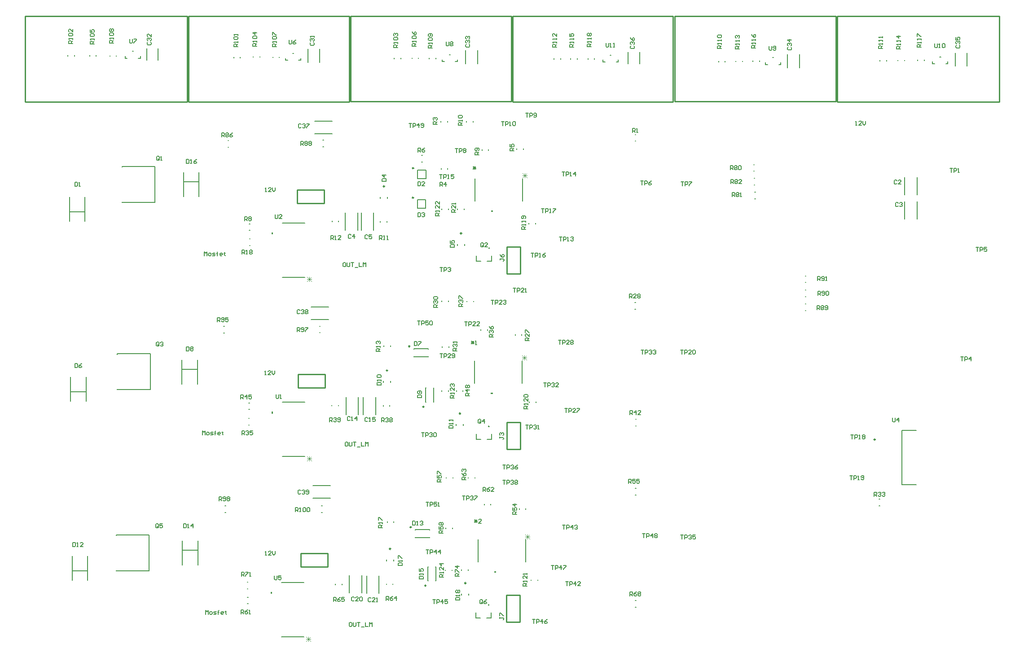
<source format=gbr>
%TF.GenerationSoftware,Altium Limited,Altium Designer,21.6.4 (81)*%
G04 Layer_Color=65535*
%FSLAX45Y45*%
%MOMM*%
%TF.SameCoordinates,8BE20582-AD64-4D08-A95C-E2DB20C1365E*%
%TF.FilePolarity,Positive*%
%TF.FileFunction,Legend,Top*%
%TF.Part,Single*%
G01*
G75*
%TA.AperFunction,NonConductor*%
%ADD59C,0.25000*%
%ADD60C,0.20000*%
%ADD61C,0.25400*%
%ADD62C,0.15240*%
%ADD63C,0.12700*%
%ADD81C,0.07620*%
G36*
X10790555Y6808470D02*
X10765155D01*
Y6846570D01*
X10790555D01*
Y6808470D01*
D02*
G37*
G36*
X10805160Y10209530D02*
X10779760D01*
Y10247630D01*
X10805160D01*
Y10209530D01*
D02*
G37*
G36*
X15017751Y7232341D02*
Y7206941D01*
X14979649D01*
Y7232341D01*
X15017751D01*
D02*
G37*
G36*
X10810240Y13592810D02*
X10784840D01*
Y13630910D01*
X10810240D01*
Y13592810D01*
D02*
G37*
G36*
X14954250Y10605300D02*
Y10579900D01*
X14916150D01*
Y10605300D01*
X14954250D01*
D02*
G37*
G36*
X14961870Y14044540D02*
Y14019141D01*
X14923770D01*
Y14044540D01*
X14961870D01*
D02*
G37*
D59*
X13029961Y7659740D02*
G03*
X13029961Y7659740I-12500J0D01*
G01*
X13418600Y8068267D02*
G03*
X13418600Y8068267I-12500J0D01*
G01*
X13696794Y6964574D02*
G03*
X13696794Y6964574I-12500J0D01*
G01*
X14449820Y7012040D02*
G03*
X14449820Y7012040I-12500J0D01*
G01*
X14348219Y10211580D02*
G03*
X14348219Y10211580I-12500J0D01*
G01*
X12971539Y11025240D02*
G03*
X12971539Y11025240I-12500J0D01*
G01*
X13390575Y11479487D02*
G03*
X13390575Y11479487I-12500J0D01*
G01*
X13658694Y10337694D02*
G03*
X13658694Y10337694I-12500J0D01*
G01*
X22169980Y9720620D02*
G03*
X22169980Y9720620I-12500J0D01*
G01*
X14368539Y13610960D02*
G03*
X14368539Y13610960I-12500J0D01*
G01*
X13463400Y14840379D02*
G03*
X13463400Y14840379I-12500J0D01*
G01*
X13460860Y14284120D02*
G03*
X13460860Y14284120I-12500J0D01*
G01*
X12913120Y14497420D02*
G03*
X12913120Y14497420I-12500J0D01*
G01*
D60*
X14867799Y6598580D02*
G03*
X14887801Y6598580I10000J0D01*
G01*
D02*
G03*
X14867799Y6598580I-10000J0D01*
G01*
X14870340Y9966620D02*
G03*
X14890340Y9966620I10000J0D01*
G01*
D02*
G03*
X14870340Y9966620I-10000J0D01*
G01*
X14875420Y13329581D02*
G03*
X14895419Y13329581I10000J0D01*
G01*
D02*
G03*
X14875420Y13329581I-10000J0D01*
G01*
X17633041Y12180301D02*
X17647559D01*
X17633041Y12305299D02*
X17647559D01*
X11593530Y15728650D02*
X11924147D01*
X11593530Y15493030D02*
X11924147D01*
X11560693Y8847790D02*
X11891310D01*
X11560693Y8612170D02*
X11891310D01*
X11725001Y8472439D02*
X11739519D01*
X11725001Y8347441D02*
X11739519D01*
X12114799Y6983766D02*
Y6998284D01*
X11989801Y6983766D02*
Y6998284D01*
X12485070Y6826133D02*
Y7156750D01*
X12249450Y6826133D02*
Y7156750D01*
X12574570Y6822232D02*
Y7152848D01*
X12810190Y6822232D02*
Y7152848D01*
X13072379Y6985361D02*
Y6999879D01*
X12947382Y6985361D02*
Y6999879D01*
X12947462Y7432238D02*
Y7457242D01*
X13082458Y7432238D02*
Y7457242D01*
X12965161Y8158840D02*
Y8173359D01*
X13090160Y8158840D02*
Y8173359D01*
X11747861Y15371078D02*
X11762379D01*
X11747861Y15246082D02*
X11762379D01*
X11530213Y12220910D02*
X11860830D01*
X11530213Y11985290D02*
X11860830D01*
X11686901Y11860799D02*
X11701419D01*
X11686901Y11735801D02*
X11701419D01*
X15772398Y10421981D02*
Y10436499D01*
X15647401Y10421981D02*
Y10436499D01*
X15454361Y8405221D02*
Y8419740D01*
X15579359Y8405221D02*
Y8419740D01*
X14793961Y8491581D02*
Y8506099D01*
X14918959Y8491581D02*
Y8506099D01*
X13494725Y7870160D02*
Y7877912D01*
Y7870160D02*
X13764726D01*
Y7877912D01*
X13494725Y8017408D02*
Y8025160D01*
X13764726D01*
Y8017408D02*
Y8025160D01*
X14070061Y8039461D02*
Y8053979D01*
X14195059Y8039461D02*
Y8053979D01*
X13874648Y7053199D02*
X13882401D01*
Y7323201D01*
X13874648D02*
X13882401D01*
X13727400Y7053199D02*
X13735152D01*
X13727400D02*
Y7323201D01*
X13735152D01*
X14367241Y7252061D02*
Y7266579D01*
X14492239Y7252061D02*
Y7266579D01*
X14184898Y7249521D02*
Y7264039D01*
X14059901Y7249521D02*
Y7264039D01*
X14502318Y6784540D02*
Y6809538D01*
X14367322Y6784540D02*
Y6809538D01*
X15800339Y7062506D02*
Y7077024D01*
X15675340Y7062506D02*
Y7077024D01*
X14637801Y6353582D02*
Y6458580D01*
Y6353582D02*
X14722800D01*
X14927797D02*
Y6458580D01*
X14842799Y6353582D02*
X14927797D01*
X17643201Y6556741D02*
X17657719D01*
X17643201Y6681739D02*
X17657719D01*
X17644147Y8675101D02*
X17658664D01*
X17644147Y8800099D02*
X17658664D01*
X17646686Y9980661D02*
X17661205D01*
X17646686Y10105659D02*
X17661205D01*
X14640343Y9721621D02*
Y9826620D01*
Y9721621D02*
X14725340D01*
X14930338D02*
Y9826620D01*
X14845340Y9721621D02*
X14930338D01*
X14400719Y9984080D02*
Y10009078D01*
X14265723Y9984080D02*
Y10009078D01*
X12046219Y10355941D02*
Y10370459D01*
X11921221Y10355941D02*
Y10370459D01*
X12185950Y10192812D02*
Y10523428D01*
X12421570Y10192812D02*
Y10523428D01*
X12749230Y10190272D02*
Y10520888D01*
X12513610Y10190272D02*
Y10520888D01*
X13013959Y10353401D02*
Y10367919D01*
X12888960Y10353401D02*
Y10367919D01*
X12889043Y10797738D02*
Y10822742D01*
X13024039Y10797738D02*
Y10822742D01*
X13466699Y11281380D02*
Y11289132D01*
Y11281380D02*
X13736700D01*
Y11289132D01*
X13466699Y11428628D02*
Y11436380D01*
X13736700D01*
Y11428628D02*
Y11436380D01*
X13836548Y10426319D02*
X13844299D01*
Y10696321D01*
X13836548D02*
X13844299D01*
X13689301Y10426319D02*
X13697052D01*
X13689301D02*
Y10696321D01*
X13697052D01*
X14116319Y10632801D02*
Y10647319D01*
X13991321Y10632801D02*
Y10647319D01*
X14268181Y10632801D02*
Y10647319D01*
X14393179Y10632801D02*
Y10647319D01*
X14001482Y11463381D02*
Y11477899D01*
X14126479Y11463381D02*
Y11477899D01*
X14730461Y11782476D02*
Y11796994D01*
X14855460Y11782476D02*
Y11796994D01*
X15378162Y11686901D02*
Y11701419D01*
X15503159Y11686901D02*
Y11701419D01*
X22673357Y9892020D02*
X22942976D01*
X22673357Y8868420D02*
Y9892020D01*
Y8868420D02*
X22942976D01*
X22240601Y8599439D02*
X22255119D01*
X22240601Y8474441D02*
X22255119D01*
X22724409Y13883432D02*
Y14214047D01*
X22960030Y13883432D02*
Y14214047D01*
Y14334373D02*
Y14664990D01*
X22724409Y14334373D02*
Y14664990D01*
X19893642Y14385559D02*
X19908159D01*
X19893642Y14260561D02*
X19908159D01*
X19883481Y14649719D02*
X19898000D01*
X19883481Y14524721D02*
X19898000D01*
X19873322Y14908800D02*
X19887839D01*
X19873322Y14783801D02*
X19887839D01*
X17638121Y15350221D02*
X17652638D01*
X17638121Y15475220D02*
X17652638D01*
X15406100Y15197182D02*
Y15211699D01*
X15531099Y15197182D02*
Y15211699D01*
X13976080Y15712801D02*
Y15727319D01*
X14101079Y15712801D02*
Y15727319D01*
X15759698Y13787482D02*
Y13801999D01*
X15634702Y13787482D02*
Y13801999D01*
X14645422Y13084581D02*
Y13189580D01*
Y13084581D02*
X14730420D01*
X14935419D02*
Y13189580D01*
X14850420Y13084581D02*
X14935419D01*
X14421037Y13383458D02*
Y13408463D01*
X14286041Y13383458D02*
Y13408463D01*
X14291042Y14061801D02*
Y14076318D01*
X14416039Y14061801D02*
Y14076318D01*
X14118858Y14059261D02*
Y14073779D01*
X13993861Y14059261D02*
Y14073779D01*
X12955539Y13825581D02*
Y13840099D01*
X12830540Y13825581D02*
Y13840099D01*
X12708590Y13670071D02*
Y14000688D01*
X12472970Y13670071D02*
Y14000688D01*
X11923761Y13829716D02*
Y13844234D01*
X12048759Y13829716D02*
Y13844234D01*
X9960646Y15238461D02*
X9975164D01*
X9960646Y15363458D02*
X9975164D01*
X10366101Y13509259D02*
X10380619D01*
X10366101Y13384261D02*
X10380619D01*
X9881906Y11730721D02*
X9896424D01*
X9881906Y11855719D02*
X9896424D01*
X10352456Y10412999D02*
X10366974D01*
X10352456Y10288001D02*
X10366974D01*
X10348321Y10120899D02*
X10362839D01*
X10348321Y9995901D02*
X10362839D01*
X9906361Y8347441D02*
X9920879D01*
X9906361Y8472439D02*
X9920879D01*
X10324516Y7029719D02*
X10339034D01*
X10324516Y6904721D02*
X10339034D01*
X10327056Y6747779D02*
X10341574D01*
X10327056Y6622781D02*
X10341574D01*
X9391599Y7353402D02*
Y7810398D01*
X9099601Y7353402D02*
Y7810398D01*
X9107602Y7631902D02*
X9383598D01*
X9386519Y10767162D02*
Y11224158D01*
X9094521Y10767162D02*
Y11224158D01*
X9102522Y11045662D02*
X9378518D01*
X9414459Y14302843D02*
Y14759837D01*
X9122461Y14302843D02*
Y14759837D01*
X9130462Y14581337D02*
X9406458D01*
X7873797Y10664241D02*
X8495797D01*
Y11337239D01*
X7873797D02*
X8495797D01*
X7873797Y11328243D02*
Y11337239D01*
Y10664241D02*
Y10673243D01*
X7850937Y7245401D02*
X8472937D01*
Y7918399D01*
X7850937D02*
X8472937D01*
X7850937Y7909403D02*
Y7918399D01*
Y7245401D02*
Y7254403D01*
X7021881Y7063842D02*
Y7520838D01*
X7313879Y7063842D02*
Y7520838D01*
X7029882Y7242343D02*
X7305878D01*
X6991401Y10444582D02*
Y10901578D01*
X7283399Y10444582D02*
Y10901578D01*
X6999402Y10623083D02*
X7275398D01*
X13614761Y15081519D02*
X13629279D01*
X13614761Y14956522D02*
X13629279D01*
X14494241Y8991960D02*
Y9006479D01*
X14619238Y8991960D02*
Y9006479D01*
X14077681Y8991961D02*
Y9006479D01*
X14202679Y8991961D02*
Y9006479D01*
X14466301Y12320956D02*
Y12335474D01*
X14591299Y12320956D02*
Y12335474D01*
X13991321Y12321901D02*
Y12336419D01*
X14116319Y12321901D02*
Y12336419D01*
X20848682Y12808218D02*
X20863200D01*
X20848682Y12683221D02*
X20863200D01*
X20848680Y12279899D02*
X20863199D01*
X20848680Y12154901D02*
X20863199D01*
X20848680Y12541519D02*
X20863199D01*
X20848680Y12416521D02*
X20863199D01*
X13536401Y14644380D02*
Y14804379D01*
X13692398D01*
X13536401Y14644380D02*
X13692398D01*
Y14804379D01*
X13533862Y14088120D02*
Y14248120D01*
X13689857D01*
X13533862Y14088120D02*
X13689857D01*
Y14248120D01*
X13981161Y14823801D02*
Y14838319D01*
X14106158Y14823801D02*
Y14838319D01*
X6942821Y16957401D02*
Y16971919D01*
X7067819Y16957401D02*
Y16971919D01*
X7476759Y16957401D02*
Y16971919D01*
X7351761Y16957401D02*
Y16971919D01*
X7857759Y16952321D02*
Y16966840D01*
X7732761Y16952321D02*
Y16966840D01*
X8021010Y16914957D02*
Y16954958D01*
X8311088Y16914957D02*
Y16954958D01*
X8021086Y16914917D02*
X8061086D01*
X8271048Y16914867D02*
X8311048D01*
X8156103Y17044899D02*
X8176103D01*
X8429442Y16880058D02*
Y17100063D01*
X8644438Y16880058D02*
Y17100063D01*
X11045129Y16875917D02*
Y16915916D01*
X11335212Y16875917D02*
Y16915916D01*
X11045205Y16875877D02*
X11085205D01*
X11295172Y16875826D02*
X11335172D01*
X11180221Y17005859D02*
X11200221D01*
X10931159Y16926921D02*
Y16941438D01*
X10806161Y16926921D02*
Y16941438D01*
X10560319Y16934541D02*
Y16949059D01*
X10435321Y16934541D02*
Y16949059D01*
X10069561Y16921841D02*
Y16936359D01*
X10194559Y16921841D02*
Y16936359D01*
X11692362Y16836812D02*
Y17087428D01*
X11467358Y16836812D02*
Y17087428D01*
X14000169Y16848917D02*
Y16888918D01*
X14290248Y16848917D02*
Y16888918D01*
X14000246Y16848877D02*
X14040247D01*
X14250208Y16848827D02*
X14290208D01*
X14135263Y16978859D02*
X14155263D01*
X13882639Y16904060D02*
Y16918579D01*
X13757642Y16904060D02*
Y16918579D01*
X13554979Y16909142D02*
Y16923659D01*
X13429980Y16909142D02*
Y16923659D01*
X13097241Y16906601D02*
Y16921120D01*
X13222240Y16906601D02*
Y16921120D01*
X14669241Y16812453D02*
Y17063071D01*
X14444238Y16812453D02*
Y17063071D01*
X17031909Y16845438D02*
Y16885437D01*
X17321992Y16845438D02*
Y16885437D01*
X17031985Y16845396D02*
X17071985D01*
X17281952Y16845346D02*
X17321951D01*
X17167001Y16975378D02*
X17187001D01*
X16874759Y16898981D02*
Y16913499D01*
X16749760Y16898981D02*
Y16913499D01*
X16549638Y16898981D02*
Y16913499D01*
X16424641Y16898981D02*
Y16913499D01*
X16107141Y16898981D02*
Y16913499D01*
X16232140Y16898981D02*
Y16913499D01*
X17509943Y16811478D02*
Y17031482D01*
X17724937Y16811478D02*
Y17031482D01*
X19213560Y16848181D02*
Y16862698D01*
X19338559Y16848181D02*
Y16862698D01*
X19986259Y16853261D02*
Y16867780D01*
X19861261Y16853261D02*
Y16867780D01*
X19666219Y16850722D02*
Y16865239D01*
X19541222Y16850722D02*
Y16865239D01*
X20097688Y16797177D02*
Y16837177D01*
X20387772Y16797177D02*
Y16837177D01*
X20097765Y16797137D02*
X20137766D01*
X20347733Y16797086D02*
X20387732D01*
X20232780Y16927119D02*
X20252782D01*
X20737302Y16735213D02*
Y16985828D01*
X20512299Y16735213D02*
Y16985828D01*
X22253941Y16864523D02*
Y16879047D01*
X22378938Y16864523D02*
Y16879047D01*
X22721838Y16865961D02*
Y16880479D01*
X22596841Y16865961D02*
Y16880479D01*
X23090138Y16868501D02*
Y16883018D01*
X22965141Y16868501D02*
Y16883018D01*
X23248309Y16810817D02*
Y16850816D01*
X23538388Y16810817D02*
Y16850816D01*
X23248386Y16810777D02*
X23288387D01*
X23498347Y16810725D02*
X23538348D01*
X23383403Y16940759D02*
X23403403D01*
X23902142Y16765692D02*
Y17016309D01*
X23677138Y16765692D02*
Y17016309D01*
X6981622Y14019063D02*
X7257618D01*
X7265619Y13840562D02*
Y14297559D01*
X6973621Y13840562D02*
Y14297559D01*
X12830621Y14269917D02*
Y14294922D01*
X12965617Y14269917D02*
Y14294922D01*
X14750781Y15176862D02*
Y15191379D01*
X14875780Y15176862D02*
Y15191379D01*
X14456142Y15712801D02*
Y15727319D01*
X14581139Y15712801D02*
Y15727319D01*
X7962697Y14197382D02*
X8584697D01*
Y14870380D01*
X7962697D02*
X8584697D01*
X7962697Y14861383D02*
Y14870380D01*
Y14197382D02*
Y14206383D01*
X12899121Y11478621D02*
Y11493139D01*
X13024120Y11478621D02*
Y11493139D01*
X10363561Y13791199D02*
X10378079D01*
X10363561Y13666200D02*
X10378079D01*
X12170710Y13670071D02*
Y14000688D01*
X12406330Y13670071D02*
Y14000688D01*
D61*
X15326360Y16093440D02*
X18356580D01*
X15326360Y17703799D02*
X18356580D01*
Y16093440D02*
Y17703799D01*
X15326360Y16093440D02*
Y17703799D01*
X21450301Y16090900D02*
X24505920D01*
X21450301Y17706340D02*
X24505920D01*
Y16090900D02*
Y17706340D01*
X21450301Y16090900D02*
Y17706340D01*
X12273280Y16095979D02*
X15300960D01*
X12273280Y17703799D02*
X15300960D01*
Y16095979D02*
Y17703799D01*
X12273280Y16095979D02*
Y17703799D01*
X9215120Y16093440D02*
X12245340D01*
X9215120Y17703799D02*
X12245340D01*
Y16093440D02*
Y17703799D01*
X9215120Y16093440D02*
Y17703799D01*
X18384520Y16095979D02*
X21424899D01*
X18384520Y17706340D02*
X21424899D01*
Y16095979D02*
Y17706340D01*
X18384520Y16095979D02*
Y17706340D01*
X6134100Y16093440D02*
X9189720D01*
X6134100Y17703799D02*
X9189720D01*
Y16093440D02*
Y17703799D01*
X6134100Y16093440D02*
Y17703799D01*
X15212061Y6281420D02*
Y6433820D01*
Y6637020D02*
Y6789420D01*
X15466060Y6281420D02*
Y6789420D01*
X15212061Y6281420D02*
X15466060D01*
X15212061Y6433820D02*
Y6637020D01*
Y6789420D02*
X15466060D01*
X15219679Y9538782D02*
Y9691182D01*
Y9894382D02*
Y10046782D01*
X15473680Y9538782D02*
Y10046782D01*
X15219679Y9538782D02*
X15473680D01*
X15219679Y9691182D02*
Y9894382D01*
Y10046782D02*
X15473680D01*
X15219679Y13356403D02*
X15473680D01*
X15219679Y13000803D02*
Y13204002D01*
Y12848402D02*
X15473680D01*
Y13356403D01*
X15219679Y13204002D02*
Y13356403D01*
Y12848402D02*
Y13000803D01*
X11336020Y7317740D02*
X11844020D01*
Y7571740D01*
X11336020D02*
X11844020D01*
X11336020Y7317740D02*
Y7571740D01*
X11284138Y10698480D02*
X11792138D01*
Y10952480D01*
X11284138D02*
X11792138D01*
X11284138Y10698480D02*
Y10952480D01*
X11264900Y14173199D02*
X11772900D01*
Y14427200D01*
X11264900D02*
X11772900D01*
X11264900Y14173199D02*
Y14427200D01*
D62*
X10969625Y5996940D02*
X11393805D01*
X10969625Y7023100D02*
X11393805D01*
X15519400Y14222729D02*
Y14646910D01*
X14620239Y14222729D02*
Y14646910D01*
X15511780Y10783489D02*
Y11207669D01*
X14612621Y10783489D02*
Y11207669D01*
X15575281Y7410531D02*
Y7834711D01*
X14676120Y7410531D02*
Y7834711D01*
X10984230Y10424160D02*
X11408410D01*
X10984230Y9398000D02*
X11408410D01*
X10989310Y12781280D02*
X11413490D01*
X10989310Y13807440D02*
X11413490D01*
D63*
X15087611Y6367784D02*
Y6342393D01*
Y6355089D01*
X15151091D01*
X15163786Y6342393D01*
Y6329697D01*
X15151091Y6317001D01*
X15087611Y6393176D02*
Y6443960D01*
X15100308D01*
X15151091Y6393176D01*
X15163786D01*
X15699785Y6324588D02*
X15750569D01*
X15725177D01*
Y6248412D01*
X15775961D02*
Y6324588D01*
X15814047D01*
X15826744Y6311892D01*
Y6286500D01*
X15814047Y6273804D01*
X15775961D01*
X15890224Y6248412D02*
Y6324588D01*
X15852136Y6286500D01*
X15902919D01*
X15979095Y6324588D02*
X15953703Y6311892D01*
X15928311Y6286500D01*
Y6261108D01*
X15941006Y6248412D01*
X15966399D01*
X15979095Y6261108D01*
Y6273804D01*
X15966399Y6286500D01*
X15928311D01*
X13693140Y8536915D02*
X13743922D01*
X13718532D01*
Y8460740D01*
X13769315D02*
Y8536915D01*
X13807404D01*
X13820099Y8524219D01*
Y8498828D01*
X13807404Y8486132D01*
X13769315D01*
X13896274Y8536915D02*
X13845491D01*
Y8498828D01*
X13870883Y8511523D01*
X13883578D01*
X13896274Y8498828D01*
Y8473436D01*
X13883578Y8460740D01*
X13858186D01*
X13845491Y8473436D01*
X13921666Y8460740D02*
X13947058D01*
X13934361D01*
Y8536915D01*
X13921666Y8524219D01*
X13535706Y11958308D02*
X13586488D01*
X13561098D01*
Y11882132D01*
X13611880D02*
Y11958308D01*
X13649968D01*
X13662663Y11945612D01*
Y11920220D01*
X13649968Y11907524D01*
X13611880D01*
X13738840Y11958308D02*
X13688055D01*
Y11920220D01*
X13713448Y11932916D01*
X13726144D01*
X13738840Y11920220D01*
Y11894828D01*
X13726144Y11882132D01*
X13700752D01*
X13688055Y11894828D01*
X13764230Y11945612D02*
X13776927Y11958308D01*
X13802319D01*
X13815015Y11945612D01*
Y11894828D01*
X13802319Y11882132D01*
X13776927D01*
X13764230Y11894828D01*
Y11945612D01*
X13370605Y15684488D02*
X13421388D01*
X13395998D01*
Y15608311D01*
X13446780D02*
Y15684488D01*
X13484868D01*
X13497565Y15671793D01*
Y15646400D01*
X13484868Y15633704D01*
X13446780D01*
X13561044Y15608311D02*
Y15684488D01*
X13522955Y15646400D01*
X13573740D01*
X13599130Y15621008D02*
X13611827Y15608311D01*
X13637219D01*
X13649915Y15621008D01*
Y15671793D01*
X13637219Y15684488D01*
X13611827D01*
X13599130Y15671793D01*
Y15659096D01*
X13611827Y15646400D01*
X13649915D01*
X12877788Y8058181D02*
X12801611D01*
Y8096269D01*
X12814308Y8108964D01*
X12839700D01*
X12852396Y8096269D01*
Y8058181D01*
Y8083573D02*
X12877788Y8108964D01*
Y8134356D02*
Y8159748D01*
Y8147052D01*
X12801611D01*
X12814308Y8134356D01*
X12801611Y8197836D02*
Y8248619D01*
X12814308D01*
X12865092Y8197836D01*
X12877788D01*
X13545840Y15143492D02*
Y15219669D01*
X13583928D01*
X13596625Y15206972D01*
Y15181580D01*
X13583928Y15168884D01*
X13545840D01*
X13571233D02*
X13596625Y15143492D01*
X13672800Y15219669D02*
X13647408Y15206972D01*
X13622015Y15181580D01*
Y15156187D01*
X13634712Y15143492D01*
X13660104D01*
X13672800Y15156187D01*
Y15168884D01*
X13660104Y15181580D01*
X13622015D01*
X14025867Y7123473D02*
X13949692D01*
Y7161561D01*
X13962389Y7174257D01*
X13987779D01*
X14000475Y7161561D01*
Y7123473D01*
Y7148865D02*
X14025867Y7174257D01*
Y7199649D02*
Y7225041D01*
Y7212345D01*
X13949692D01*
X13962389Y7199649D01*
X14025867Y7313912D02*
Y7263128D01*
X13975084Y7313912D01*
X13962389D01*
X13949692Y7301216D01*
Y7275824D01*
X13962389Y7263128D01*
X14025867Y7377391D02*
X13949692D01*
X13987779Y7339304D01*
Y7390087D01*
X14231607Y10506753D02*
X14155432D01*
Y10544841D01*
X14168127Y10557537D01*
X14193520D01*
X14206215Y10544841D01*
Y10506753D01*
Y10532145D02*
X14231607Y10557537D01*
Y10582929D02*
Y10608321D01*
Y10595625D01*
X14155432D01*
X14168127Y10582929D01*
X14231607Y10697192D02*
Y10646408D01*
X14180824Y10697192D01*
X14168127D01*
X14155432Y10684496D01*
Y10659104D01*
X14168127Y10646408D01*
Y10722584D02*
X14155432Y10735280D01*
Y10760671D01*
X14168127Y10773367D01*
X14180824D01*
X14193520Y10760671D01*
Y10747975D01*
Y10760671D01*
X14206215Y10773367D01*
X14218912D01*
X14231607Y10760671D01*
Y10735280D01*
X14218912Y10722584D01*
X13947127Y13940833D02*
X13870952D01*
Y13978922D01*
X13883649Y13991617D01*
X13909039D01*
X13921735Y13978922D01*
Y13940833D01*
Y13966225D02*
X13947127Y13991617D01*
Y14017009D02*
Y14042401D01*
Y14029704D01*
X13870952D01*
X13883649Y14017009D01*
X13947127Y14131271D02*
Y14080489D01*
X13896344Y14131271D01*
X13883649D01*
X13870952Y14118576D01*
Y14093184D01*
X13883649Y14080489D01*
X13947127Y14207446D02*
Y14156664D01*
X13896344Y14207446D01*
X13883649D01*
X13870952Y14194751D01*
Y14169360D01*
X13883649Y14156664D01*
X15603207Y6955829D02*
X15527032D01*
Y6993917D01*
X15539728Y7006613D01*
X15565120D01*
X15577815Y6993917D01*
Y6955829D01*
Y6981221D02*
X15603207Y7006613D01*
Y7032004D02*
Y7057396D01*
Y7044700D01*
X15527032D01*
X15539728Y7032004D01*
X15603207Y7146267D02*
Y7095484D01*
X15552425Y7146267D01*
X15539728D01*
X15527032Y7133572D01*
Y7108180D01*
X15539728Y7095484D01*
X15603207Y7171659D02*
Y7197051D01*
Y7184355D01*
X15527032D01*
X15539728Y7171659D01*
X15620988Y10303553D02*
X15544812D01*
Y10341641D01*
X15557507Y10354337D01*
X15582899D01*
X15595596Y10341641D01*
Y10303553D01*
Y10328945D02*
X15620988Y10354337D01*
Y10379729D02*
Y10405120D01*
Y10392424D01*
X15544812D01*
X15557507Y10379729D01*
X15620988Y10493991D02*
Y10443208D01*
X15570204Y10493991D01*
X15557507D01*
X15544812Y10481296D01*
Y10455904D01*
X15557507Y10443208D01*
Y10519383D02*
X15544812Y10532079D01*
Y10557471D01*
X15557507Y10570167D01*
X15608292D01*
X15620988Y10557471D01*
Y10532079D01*
X15608292Y10519383D01*
X15557507D01*
X15572726Y13683022D02*
X15496552D01*
Y13721109D01*
X15509248Y13733804D01*
X15534639D01*
X15547334Y13721109D01*
Y13683022D01*
Y13708414D02*
X15572726Y13733804D01*
Y13759196D02*
Y13784589D01*
Y13771893D01*
X15496552D01*
X15509248Y13759196D01*
X15572726Y13822676D02*
Y13848068D01*
Y13835371D01*
X15496552D01*
X15509248Y13822676D01*
X15560031Y13886156D02*
X15572726Y13898853D01*
Y13924243D01*
X15560031Y13936938D01*
X15509248D01*
X15496552Y13924243D01*
Y13898853D01*
X15509248Y13886156D01*
X15521944D01*
X15534639Y13898853D01*
Y13936938D01*
X14612621Y8204179D02*
X14663403Y8153396D01*
X14612621D02*
X14663403Y8204179D01*
X14612621Y8178788D02*
X14663403D01*
X14638013Y8153396D02*
Y8204179D01*
X14739578Y8140700D02*
X14688795D01*
X14739578Y8191483D01*
Y8204179D01*
X14726883Y8216875D01*
X14701491D01*
X14688795Y8204179D01*
X14549120Y11577299D02*
X14599902Y11526516D01*
X14549120D02*
X14599902Y11577299D01*
X14549120Y11551908D02*
X14599902D01*
X14574512Y11526516D02*
Y11577299D01*
X14625294Y11513820D02*
X14650687D01*
X14637991D01*
Y11589995D01*
X14625294Y11577299D01*
X11333497Y8757912D02*
X11320801Y8770608D01*
X11295409D01*
X11282713Y8757912D01*
Y8707128D01*
X11295409Y8694432D01*
X11320801D01*
X11333497Y8707128D01*
X11358888Y8757912D02*
X11371584Y8770608D01*
X11396976D01*
X11409672Y8757912D01*
Y8745216D01*
X11396976Y8732520D01*
X11384280D01*
X11396976D01*
X11409672Y8719824D01*
Y8707128D01*
X11396976Y8694432D01*
X11371584D01*
X11358888Y8707128D01*
X11435064D02*
X11447760Y8694432D01*
X11473152D01*
X11485847Y8707128D01*
Y8757912D01*
X11473152Y8770608D01*
X11447760D01*
X11435064Y8757912D01*
Y8745216D01*
X11447760Y8732520D01*
X11485847D01*
X11315717Y12156432D02*
X11303021Y12169128D01*
X11277629D01*
X11264933Y12156432D01*
Y12105648D01*
X11277629Y12092952D01*
X11303021D01*
X11315717Y12105648D01*
X11341108Y12156432D02*
X11353804Y12169128D01*
X11379196D01*
X11391892Y12156432D01*
Y12143736D01*
X11379196Y12131040D01*
X11366500D01*
X11379196D01*
X11391892Y12118344D01*
Y12105648D01*
X11379196Y12092952D01*
X11353804D01*
X11341108Y12105648D01*
X11417284Y12156432D02*
X11429980Y12169128D01*
X11455372D01*
X11468067Y12156432D01*
Y12143736D01*
X11455372Y12131040D01*
X11468067Y12118344D01*
Y12105648D01*
X11455372Y12092952D01*
X11429980D01*
X11417284Y12105648D01*
Y12118344D01*
X11429980Y12131040D01*
X11417284Y12143736D01*
Y12156432D01*
X11429980Y12131040D02*
X11455372D01*
X11341117Y15666711D02*
X11328421Y15679408D01*
X11303029D01*
X11290333Y15666711D01*
Y15615929D01*
X11303029Y15603232D01*
X11328421D01*
X11341117Y15615929D01*
X11366508Y15666711D02*
X11379204Y15679408D01*
X11404596D01*
X11417292Y15666711D01*
Y15654016D01*
X11404596Y15641319D01*
X11391900D01*
X11404596D01*
X11417292Y15628624D01*
Y15615929D01*
X11404596Y15603232D01*
X11379204D01*
X11366508Y15615929D01*
X11442684Y15679408D02*
X11493467D01*
Y15666711D01*
X11442684Y15615929D01*
Y15603232D01*
X13568692Y7092981D02*
X13644868D01*
Y7131069D01*
X13632172Y7143764D01*
X13581387D01*
X13568692Y7131069D01*
Y7092981D01*
X13644868Y7169156D02*
Y7194548D01*
Y7181852D01*
X13568692D01*
X13581387Y7169156D01*
X13568692Y7283419D02*
Y7232636D01*
X13606779D01*
X13594084Y7258028D01*
Y7270724D01*
X13606779Y7283419D01*
X13632172D01*
X13644868Y7270724D01*
Y7245332D01*
X13632172Y7232636D01*
X13538213Y10508001D02*
X13614388D01*
Y10546089D01*
X13601691Y10558784D01*
X13550908D01*
X13538213Y10546089D01*
Y10508001D01*
X13601691Y10584176D02*
X13614388Y10596872D01*
Y10622264D01*
X13601691Y10634960D01*
X13550908D01*
X13538213Y10622264D01*
Y10596872D01*
X13550908Y10584176D01*
X13563605D01*
X13576299Y10596872D01*
Y10634960D01*
X13474721Y11567148D02*
Y11490972D01*
X13512808D01*
X13525504Y11503668D01*
Y11554452D01*
X13512808Y11567148D01*
X13474721D01*
X13550896D02*
X13601678D01*
Y11554452D01*
X13550896Y11503668D01*
Y11490972D01*
X13445522Y8178788D02*
Y8102612D01*
X13483609D01*
X13496304Y8115308D01*
Y8166092D01*
X13483609Y8178788D01*
X13445522D01*
X13521696Y8102612D02*
X13547089D01*
X13534392D01*
Y8178788D01*
X13521696Y8166092D01*
X13585176D02*
X13597871Y8178788D01*
X13623264D01*
X13635959Y8166092D01*
Y8153396D01*
X13623264Y8140700D01*
X13610568D01*
X13623264D01*
X13635959Y8128004D01*
Y8115308D01*
X13623264Y8102612D01*
X13597871D01*
X13585176Y8115308D01*
X14257031Y6691661D02*
X14333208D01*
Y6729749D01*
X14320512Y6742444D01*
X14269728D01*
X14257031Y6729749D01*
Y6691661D01*
X14333208Y6767836D02*
Y6793228D01*
Y6780532D01*
X14257031D01*
X14269728Y6767836D01*
Y6831316D02*
X14257031Y6844012D01*
Y6869404D01*
X14269728Y6882099D01*
X14282423D01*
X14295120Y6869404D01*
X14307816Y6882099D01*
X14320512D01*
X14333208Y6869404D01*
Y6844012D01*
X14320512Y6831316D01*
X14307816D01*
X14295120Y6844012D01*
X14282423Y6831316D01*
X14269728D01*
X14295120Y6844012D02*
Y6869404D01*
X14130032Y9932697D02*
X14206207D01*
Y9970785D01*
X14193510Y9983480D01*
X14142728D01*
X14130032Y9970785D01*
Y9932697D01*
X14206207Y10008872D02*
Y10034264D01*
Y10021568D01*
X14130032D01*
X14142728Y10008872D01*
X14206207Y10072352D02*
Y10097744D01*
Y10085048D01*
X14130032D01*
X14142728Y10072352D01*
X14155432Y13347720D02*
X14231607D01*
Y13385809D01*
X14218912Y13398505D01*
X14168127D01*
X14155432Y13385809D01*
Y13347720D01*
Y13474680D02*
Y13423895D01*
X14193520D01*
X14180824Y13449287D01*
Y13461984D01*
X14193520Y13474680D01*
X14218912D01*
X14231607Y13461984D01*
Y13436592D01*
X14218912Y13423895D01*
X17780000Y7945095D02*
X17830783D01*
X17805392D01*
Y7868920D01*
X17856175D02*
Y7945095D01*
X17894263D01*
X17906960Y7932399D01*
Y7907008D01*
X17894263Y7894312D01*
X17856175D01*
X17970439Y7868920D02*
Y7945095D01*
X17932352Y7907008D01*
X17983134D01*
X18008527Y7932399D02*
X18021222Y7945095D01*
X18046614D01*
X18059309Y7932399D01*
Y7919703D01*
X18046614Y7907008D01*
X18059309Y7894312D01*
Y7881616D01*
X18046614Y7868920D01*
X18021222D01*
X18008527Y7881616D01*
Y7894312D01*
X18021222Y7907008D01*
X18008527Y7919703D01*
Y7932399D01*
X18021222Y7907008D02*
X18046614D01*
X16055341Y7340575D02*
X16106123D01*
X16080733D01*
Y7264400D01*
X16131516D02*
Y7340575D01*
X16169603D01*
X16182298Y7327879D01*
Y7302488D01*
X16169603Y7289792D01*
X16131516D01*
X16245779Y7264400D02*
Y7340575D01*
X16207690Y7302488D01*
X16258475D01*
X16283865Y7340575D02*
X16334650D01*
Y7327879D01*
X16283865Y7277096D01*
Y7264400D01*
X13822725Y6700508D02*
X13873509D01*
X13848117D01*
Y6624332D01*
X13898901D02*
Y6700508D01*
X13936987D01*
X13949684Y6687812D01*
Y6662420D01*
X13936987Y6649724D01*
X13898901D01*
X14013164Y6624332D02*
Y6700508D01*
X13975076Y6662420D01*
X14025859D01*
X14102036Y6700508D02*
X14051251D01*
Y6662420D01*
X14076643Y6675116D01*
X14089339D01*
X14102036Y6662420D01*
Y6637028D01*
X14089339Y6624332D01*
X14063947D01*
X14051251Y6637028D01*
X13698265Y7637768D02*
X13749049D01*
X13723657D01*
Y7561592D01*
X13774442D02*
Y7637768D01*
X13812527D01*
X13825224Y7625072D01*
Y7599680D01*
X13812527Y7586984D01*
X13774442D01*
X13888704Y7561592D02*
Y7637768D01*
X13850616Y7599680D01*
X13901399D01*
X13964879Y7561592D02*
Y7637768D01*
X13926791Y7599680D01*
X13977576D01*
X16271240Y8105115D02*
X16322023D01*
X16296632D01*
Y8028940D01*
X16347415D02*
Y8105115D01*
X16385503D01*
X16398199Y8092419D01*
Y8067028D01*
X16385503Y8054332D01*
X16347415D01*
X16461679Y8028940D02*
Y8105115D01*
X16423592Y8067028D01*
X16474374D01*
X16499767Y8092419D02*
X16512462Y8105115D01*
X16537854D01*
X16550549Y8092419D01*
Y8079723D01*
X16537854Y8067028D01*
X16525159D01*
X16537854D01*
X16550549Y8054332D01*
Y8041636D01*
X16537854Y8028940D01*
X16512462D01*
X16499767Y8041636D01*
X16327119Y7035775D02*
X16377904D01*
X16352512D01*
Y6959600D01*
X16403294D02*
Y7035775D01*
X16441383D01*
X16454079Y7023079D01*
Y6997688D01*
X16441383Y6984992D01*
X16403294D01*
X16517558Y6959600D02*
Y7035775D01*
X16479471Y6997688D01*
X16530254D01*
X16606430Y6959600D02*
X16555646D01*
X16606430Y7010383D01*
Y7023079D01*
X16593735Y7035775D01*
X16568343D01*
X16555646Y7023079D01*
X21795740Y15651480D02*
X21821132D01*
X21808437D01*
Y15727655D01*
X21795740Y15714960D01*
X21910004Y15651480D02*
X21859219D01*
X21910004Y15702263D01*
Y15714960D01*
X21897307Y15727655D01*
X21871915D01*
X21859219Y15714960D01*
X21935394Y15727655D02*
Y15676872D01*
X21960786Y15651480D01*
X21986179Y15676872D01*
Y15727655D01*
X14325587Y7137433D02*
X14249413D01*
Y7175521D01*
X14262108Y7188217D01*
X14287500D01*
X14300195Y7175521D01*
Y7137433D01*
Y7162825D02*
X14325587Y7188217D01*
X14249413Y7213608D02*
Y7264392D01*
X14262108D01*
X14312892Y7213608D01*
X14325587D01*
Y7327872D02*
X14249413D01*
X14287500Y7289784D01*
Y7340567D01*
X17543813Y6771652D02*
Y6847828D01*
X17581902D01*
X17594597Y6835132D01*
Y6809740D01*
X17581902Y6797044D01*
X17543813D01*
X17569205D02*
X17594597Y6771652D01*
X17670772Y6847828D02*
X17645380Y6835132D01*
X17619987Y6809740D01*
Y6784348D01*
X17632684Y6771652D01*
X17658076D01*
X17670772Y6784348D01*
Y6797044D01*
X17658076Y6809740D01*
X17619987D01*
X17696164Y6835132D02*
X17708859Y6847828D01*
X17734251D01*
X17746947Y6835132D01*
Y6822436D01*
X17734251Y6809740D01*
X17746947Y6797044D01*
Y6784348D01*
X17734251Y6771652D01*
X17708859D01*
X17696164Y6784348D01*
Y6797044D01*
X17708859Y6809740D01*
X17696164Y6822436D01*
Y6835132D01*
X17708859Y6809740D02*
X17734251D01*
X14447508Y8958613D02*
X14371332D01*
Y8996701D01*
X14384029Y9009397D01*
X14409419D01*
X14422116Y8996701D01*
Y8958613D01*
Y8984005D02*
X14447508Y9009397D01*
X14371332Y9085572D02*
X14384029Y9060180D01*
X14409419Y9034788D01*
X14434811D01*
X14447508Y9047484D01*
Y9072876D01*
X14434811Y9085572D01*
X14422116D01*
X14409419Y9072876D01*
Y9034788D01*
X14384029Y9110964D02*
X14371332Y9123660D01*
Y9149052D01*
X14384029Y9161747D01*
X14396724D01*
X14409419Y9149052D01*
Y9136356D01*
Y9149052D01*
X14422116Y9161747D01*
X14434811D01*
X14447508Y9149052D01*
Y9123660D01*
X14434811Y9110964D01*
X17586977Y15516872D02*
Y15593048D01*
X17625064D01*
X17637759Y15580351D01*
Y15554961D01*
X17625064Y15542264D01*
X17586977D01*
X17612367D02*
X17637759Y15516872D01*
X17663152D02*
X17688544D01*
X17675848D01*
Y15593048D01*
X17663152Y15580351D01*
X14759944Y6637028D02*
Y6687812D01*
X14747247Y6700508D01*
X14721857D01*
X14709161Y6687812D01*
Y6637028D01*
X14721857Y6624332D01*
X14747247D01*
X14734552Y6649724D02*
X14759944Y6624332D01*
X14747247D02*
X14759944Y6637028D01*
X14836119Y6700508D02*
X14810728Y6687812D01*
X14785336Y6662420D01*
Y6637028D01*
X14798032Y6624332D01*
X14823424D01*
X14836119Y6637028D01*
Y6649724D01*
X14823424Y6662420D01*
X14785336D01*
X15143480Y8950935D02*
X15194263D01*
X15168872D01*
Y8874760D01*
X15219655D02*
Y8950935D01*
X15257742D01*
X15270439Y8938239D01*
Y8912848D01*
X15257742Y8900152D01*
X15219655D01*
X15295831Y8938239D02*
X15308527Y8950935D01*
X15333919D01*
X15346614Y8938239D01*
Y8925543D01*
X15333919Y8912848D01*
X15321223D01*
X15333919D01*
X15346614Y8900152D01*
Y8887456D01*
X15333919Y8874760D01*
X15308527D01*
X15295831Y8887456D01*
X15372006Y8938239D02*
X15384702Y8950935D01*
X15410094D01*
X15422791Y8938239D01*
Y8925543D01*
X15410094Y8912848D01*
X15422791Y8900152D01*
Y8887456D01*
X15410094Y8874760D01*
X15384702D01*
X15372006Y8887456D01*
Y8900152D01*
X15384702Y8912848D01*
X15372006Y8925543D01*
Y8938239D01*
X15384702Y8912848D02*
X15410094D01*
X14381525Y8653768D02*
X14432309D01*
X14406917D01*
Y8577592D01*
X14457701D02*
Y8653768D01*
X14495789D01*
X14508484Y8641072D01*
Y8615680D01*
X14495789Y8602984D01*
X14457701D01*
X14533876Y8641072D02*
X14546571Y8653768D01*
X14571964D01*
X14584659Y8641072D01*
Y8628376D01*
X14571964Y8615680D01*
X14559268D01*
X14571964D01*
X14584659Y8602984D01*
Y8590288D01*
X14571964Y8577592D01*
X14546571D01*
X14533876Y8590288D01*
X14610051Y8653768D02*
X14660835D01*
Y8641072D01*
X14610051Y8590288D01*
Y8577592D01*
X15146065Y9237968D02*
X15196849D01*
X15171457D01*
Y9161792D01*
X15222241D02*
Y9237968D01*
X15260329D01*
X15273024Y9225272D01*
Y9199880D01*
X15260329Y9187184D01*
X15222241D01*
X15298416Y9225272D02*
X15311111Y9237968D01*
X15336504D01*
X15349199Y9225272D01*
Y9212576D01*
X15336504Y9199880D01*
X15323808D01*
X15336504D01*
X15349199Y9187184D01*
Y9174488D01*
X15336504Y9161792D01*
X15311111D01*
X15298416Y9174488D01*
X15425375Y9237968D02*
X15399983Y9225272D01*
X15374591Y9199880D01*
Y9174488D01*
X15387286Y9161792D01*
X15412679D01*
X15425375Y9174488D01*
Y9187184D01*
X15412679Y9199880D01*
X15374591D01*
X18498820Y7917155D02*
X18549603D01*
X18524213D01*
Y7840980D01*
X18574995D02*
Y7917155D01*
X18613083D01*
X18625780Y7904459D01*
Y7879068D01*
X18613083Y7866372D01*
X18574995D01*
X18651170Y7904459D02*
X18663867Y7917155D01*
X18689259D01*
X18701955Y7904459D01*
Y7891763D01*
X18689259Y7879068D01*
X18676562D01*
X18689259D01*
X18701955Y7866372D01*
Y7853676D01*
X18689259Y7840980D01*
X18663867D01*
X18651170Y7853676D01*
X18778130Y7917155D02*
X18727345D01*
Y7879068D01*
X18752737Y7891763D01*
X18765434D01*
X18778130Y7879068D01*
Y7853676D01*
X18765434Y7840980D01*
X18740042D01*
X18727345Y7853676D01*
X17749519Y11409655D02*
X17800304D01*
X17774911D01*
Y11333480D01*
X17825694D02*
Y11409655D01*
X17863783D01*
X17876479Y11396959D01*
Y11371568D01*
X17863783Y11358872D01*
X17825694D01*
X17901871Y11396959D02*
X17914568Y11409655D01*
X17939960D01*
X17952654Y11396959D01*
Y11384263D01*
X17939960Y11371568D01*
X17927263D01*
X17939960D01*
X17952654Y11358872D01*
Y11346176D01*
X17939960Y11333480D01*
X17914568D01*
X17901871Y11346176D01*
X17978046Y11396959D02*
X17990742Y11409655D01*
X18016135D01*
X18028830Y11396959D01*
Y11384263D01*
X18016135Y11371568D01*
X18003438D01*
X18016135D01*
X18028830Y11358872D01*
Y11346176D01*
X18016135Y11333480D01*
X17990742D01*
X17978046Y11346176D01*
X15910561Y10789895D02*
X15961343D01*
X15935953D01*
Y10713720D01*
X15986736D02*
Y10789895D01*
X16024823D01*
X16037518Y10777199D01*
Y10751808D01*
X16024823Y10739112D01*
X15986736D01*
X16062910Y10777199D02*
X16075607Y10789895D01*
X16100999D01*
X16113693Y10777199D01*
Y10764503D01*
X16100999Y10751808D01*
X16088303D01*
X16100999D01*
X16113693Y10739112D01*
Y10726416D01*
X16100999Y10713720D01*
X16075607D01*
X16062910Y10726416D01*
X16189870Y10713720D02*
X16139085D01*
X16189870Y10764503D01*
Y10777199D01*
X16177174Y10789895D01*
X16151782D01*
X16139085Y10777199D01*
X15572740Y9994875D02*
X15623523D01*
X15598132D01*
Y9918700D01*
X15648915D02*
Y9994875D01*
X15687003D01*
X15699699Y9982179D01*
Y9956788D01*
X15687003Y9944092D01*
X15648915D01*
X15725092Y9982179D02*
X15737787Y9994875D01*
X15763179D01*
X15775874Y9982179D01*
Y9969483D01*
X15763179Y9956788D01*
X15750484D01*
X15763179D01*
X15775874Y9944092D01*
Y9931396D01*
X15763179Y9918700D01*
X15737787D01*
X15725092Y9931396D01*
X15801266Y9918700D02*
X15826659D01*
X15813962D01*
Y9994875D01*
X15801266Y9982179D01*
X13609364Y9847568D02*
X13660149D01*
X13634756D01*
Y9771392D01*
X13685541D02*
Y9847568D01*
X13723628D01*
X13736324Y9834872D01*
Y9809480D01*
X13723628Y9796784D01*
X13685541D01*
X13761716Y9834872D02*
X13774413Y9847568D01*
X13799805D01*
X13812498Y9834872D01*
Y9822176D01*
X13799805Y9809480D01*
X13787108D01*
X13799805D01*
X13812498Y9796784D01*
Y9784088D01*
X13799805Y9771392D01*
X13774413D01*
X13761716Y9784088D01*
X13837891Y9834872D02*
X13850587Y9847568D01*
X13875980D01*
X13888675Y9834872D01*
Y9784088D01*
X13875980Y9771392D01*
X13850587D01*
X13837891Y9784088D01*
Y9834872D01*
X13954761Y11338535D02*
X14005544D01*
X13980151D01*
Y11262360D01*
X14030936D02*
Y11338535D01*
X14069023D01*
X14081718Y11325839D01*
Y11300448D01*
X14069023Y11287752D01*
X14030936D01*
X14157893Y11262360D02*
X14107111D01*
X14157893Y11313143D01*
Y11325839D01*
X14145200Y11338535D01*
X14119807D01*
X14107111Y11325839D01*
X14183286Y11275056D02*
X14195982Y11262360D01*
X14221375D01*
X14234070Y11275056D01*
Y11325839D01*
X14221375Y11338535D01*
X14195982D01*
X14183286Y11325839D01*
Y11313143D01*
X14195982Y11300448D01*
X14234070D01*
X16192500Y11592535D02*
X16243283D01*
X16217892D01*
Y11516360D01*
X16268675D02*
Y11592535D01*
X16306763D01*
X16319460Y11579839D01*
Y11554448D01*
X16306763Y11541752D01*
X16268675D01*
X16395634Y11516360D02*
X16344852D01*
X16395634Y11567143D01*
Y11579839D01*
X16382939Y11592535D01*
X16357547D01*
X16344852Y11579839D01*
X16421027D02*
X16433722Y11592535D01*
X16459114D01*
X16471809Y11579839D01*
Y11567143D01*
X16459114Y11554448D01*
X16471809Y11541752D01*
Y11529056D01*
X16459114Y11516360D01*
X16433722D01*
X16421027Y11529056D01*
Y11541752D01*
X16433722Y11554448D01*
X16421027Y11567143D01*
Y11579839D01*
X16433722Y11554448D02*
X16459114D01*
X16314420Y10304755D02*
X16365202D01*
X16339812D01*
Y10228580D01*
X16390594D02*
Y10304755D01*
X16428683D01*
X16441379Y10292059D01*
Y10266668D01*
X16428683Y10253972D01*
X16390594D01*
X16517554Y10228580D02*
X16466771D01*
X16517554Y10279363D01*
Y10292059D01*
X16504858Y10304755D01*
X16479466D01*
X16466771Y10292059D01*
X16542946Y10304755D02*
X16593730D01*
Y10292059D01*
X16542946Y10241276D01*
Y10228580D01*
X14927625Y12349468D02*
X14978409D01*
X14953017D01*
Y12273292D01*
X15003801D02*
Y12349468D01*
X15041888D01*
X15054584Y12336772D01*
Y12311380D01*
X15041888Y12298684D01*
X15003801D01*
X15130759Y12273292D02*
X15079976D01*
X15130759Y12324076D01*
Y12336772D01*
X15118063Y12349468D01*
X15092673D01*
X15079976Y12336772D01*
X15156151D02*
X15168848Y12349468D01*
X15194238D01*
X15206935Y12336772D01*
Y12324076D01*
X15194238Y12311380D01*
X15181543D01*
X15194238D01*
X15206935Y12298684D01*
Y12285988D01*
X15194238Y12273292D01*
X15168848D01*
X15156151Y12285988D01*
X14424660Y11943055D02*
X14475443D01*
X14450052D01*
Y11866880D01*
X14500835D02*
Y11943055D01*
X14538924D01*
X14551619Y11930359D01*
Y11904968D01*
X14538924Y11892272D01*
X14500835D01*
X14627794Y11866880D02*
X14577011D01*
X14627794Y11917663D01*
Y11930359D01*
X14615099Y11943055D01*
X14589706D01*
X14577011Y11930359D01*
X14703970Y11866880D02*
X14653186D01*
X14703970Y11917663D01*
Y11930359D01*
X14691273Y11943055D01*
X14665881D01*
X14653186Y11930359D01*
X15336520Y12572975D02*
X15387303D01*
X15361913D01*
Y12496800D01*
X15412695D02*
Y12572975D01*
X15450783D01*
X15463480Y12560279D01*
Y12534888D01*
X15450783Y12522192D01*
X15412695D01*
X15539655Y12496800D02*
X15488870D01*
X15539655Y12547583D01*
Y12560279D01*
X15526959Y12572975D01*
X15501567D01*
X15488870Y12560279D01*
X15565047Y12496800D02*
X15590437D01*
X15577742D01*
Y12572975D01*
X15565047Y12560279D01*
X18493739Y11409655D02*
X18544524D01*
X18519131D01*
Y11333480D01*
X18569914D02*
Y11409655D01*
X18608003D01*
X18620699Y11396959D01*
Y11371568D01*
X18608003Y11358872D01*
X18569914D01*
X18696873Y11333480D02*
X18646091D01*
X18696873Y11384263D01*
Y11396959D01*
X18684180Y11409655D01*
X18658788D01*
X18646091Y11396959D01*
X18722266D02*
X18734962Y11409655D01*
X18760355D01*
X18773050Y11396959D01*
Y11346176D01*
X18760355Y11333480D01*
X18734962D01*
X18722266Y11346176D01*
Y11396959D01*
X15875000Y14076656D02*
X15925783D01*
X15900392D01*
Y14000481D01*
X15951175D02*
Y14076656D01*
X15989262D01*
X16001959Y14063959D01*
Y14038568D01*
X15989262Y14025871D01*
X15951175D01*
X16027351Y14000481D02*
X16052744D01*
X16040047D01*
Y14076656D01*
X16027351Y14063959D01*
X16090829Y14076656D02*
X16141614D01*
Y14063959D01*
X16090829Y14013176D01*
Y14000481D01*
X15678194Y13241008D02*
X15728976D01*
X15703584D01*
Y13164832D01*
X15754369D02*
Y13241008D01*
X15792456D01*
X15805151Y13228313D01*
Y13202921D01*
X15792456Y13190224D01*
X15754369D01*
X15830544Y13164832D02*
X15855936D01*
X15843240D01*
Y13241008D01*
X15830544Y13228313D01*
X15944807Y13241008D02*
X15919415Y13228313D01*
X15894023Y13202921D01*
Y13177528D01*
X15906718Y13164832D01*
X15932111D01*
X15944807Y13177528D01*
Y13190224D01*
X15932111Y13202921D01*
X15894023D01*
X13952220Y14721815D02*
X14003003D01*
X13977612D01*
Y14645641D01*
X14028395D02*
Y14721815D01*
X14066483D01*
X14079179Y14709119D01*
Y14683728D01*
X14066483Y14671033D01*
X14028395D01*
X14104572Y14645641D02*
X14129964D01*
X14117267D01*
Y14721815D01*
X14104572Y14709119D01*
X14218834Y14721815D02*
X14168050D01*
Y14683728D01*
X14193442Y14696423D01*
X14206139D01*
X14218834Y14683728D01*
Y14658336D01*
X14206139Y14645641D01*
X14180746D01*
X14168050Y14658336D01*
X16261079Y14767535D02*
X16311864D01*
X16286472D01*
Y14691360D01*
X16337254D02*
Y14767535D01*
X16375343D01*
X16388039Y14754839D01*
Y14729448D01*
X16375343Y14716753D01*
X16337254D01*
X16413431Y14691360D02*
X16438823D01*
X16426128D01*
Y14767535D01*
X16413431Y14754839D01*
X16514998Y14691360D02*
Y14767535D01*
X16476910Y14729448D01*
X16527695D01*
X16210280Y13543256D02*
X16261063D01*
X16235672D01*
Y13467081D01*
X16286455D02*
Y13543256D01*
X16324544D01*
X16337239Y13530559D01*
Y13505168D01*
X16324544Y13492471D01*
X16286455D01*
X16362631Y13467081D02*
X16388023D01*
X16375327D01*
Y13543256D01*
X16362631Y13530559D01*
X16426109D02*
X16438806Y13543256D01*
X16464198D01*
X16476894Y13530559D01*
Y13517863D01*
X16464198Y13505168D01*
X16451501D01*
X16464198D01*
X16476894Y13492471D01*
Y13479776D01*
X16464198Y13467081D01*
X16438806D01*
X16426109Y13479776D01*
X15115540Y15720035D02*
X15166322D01*
X15140932D01*
Y15643860D01*
X15191714D02*
Y15720035D01*
X15229803D01*
X15242499Y15707339D01*
Y15681947D01*
X15229803Y15669252D01*
X15191714D01*
X15267891Y15643860D02*
X15293283D01*
X15280586D01*
Y15720035D01*
X15267891Y15707339D01*
X15331371D02*
X15344066Y15720035D01*
X15369458D01*
X15382153Y15707339D01*
Y15656557D01*
X15369458Y15643860D01*
X15344066D01*
X15331371Y15656557D01*
Y15707339D01*
X15572740Y15874976D02*
X15623523D01*
X15598132D01*
Y15798801D01*
X15648915D02*
Y15874976D01*
X15687003D01*
X15699699Y15862279D01*
Y15836888D01*
X15687003Y15824191D01*
X15648915D01*
X15725092Y15811496D02*
X15737787Y15798801D01*
X15763179D01*
X15775874Y15811496D01*
Y15862279D01*
X15763179Y15874976D01*
X15737787D01*
X15725092Y15862279D01*
Y15849583D01*
X15737787Y15836888D01*
X15775874D01*
X18506441Y14584656D02*
X18557224D01*
X18531831D01*
Y14508479D01*
X18582616D02*
Y14584656D01*
X18620703D01*
X18633398Y14571959D01*
Y14546568D01*
X18620703Y14533871D01*
X18582616D01*
X18658791Y14584656D02*
X18709573D01*
Y14571959D01*
X18658791Y14521176D01*
Y14508479D01*
X17739360Y14599895D02*
X17790143D01*
X17764752D01*
Y14523720D01*
X17815535D02*
Y14599895D01*
X17853622D01*
X17866319Y14587199D01*
Y14561807D01*
X17853622Y14549112D01*
X17815535D01*
X17942494Y14599895D02*
X17917104Y14587199D01*
X17891711Y14561807D01*
Y14536417D01*
X17904407Y14523720D01*
X17929799D01*
X17942494Y14536417D01*
Y14549112D01*
X17929799Y14561807D01*
X17891711D01*
X13954793Y12969228D02*
X14005577D01*
X13980185D01*
Y12893053D01*
X14030968D02*
Y12969228D01*
X14069057D01*
X14081752Y12956532D01*
Y12931140D01*
X14069057Y12918443D01*
X14030968D01*
X14107144Y12956532D02*
X14119839Y12969228D01*
X14145232D01*
X14157927Y12956532D01*
Y12943835D01*
X14145232Y12931140D01*
X14132536D01*
X14145232D01*
X14157927Y12918443D01*
Y12905748D01*
X14145232Y12893053D01*
X14119839D01*
X14107144Y12905748D01*
X21082030Y12717792D02*
Y12793968D01*
X21120117D01*
X21132812Y12781272D01*
Y12755880D01*
X21120117Y12743184D01*
X21082030D01*
X21107420D02*
X21132812Y12717792D01*
X21158205Y12730488D02*
X21170900Y12717792D01*
X21196292D01*
X21208987Y12730488D01*
Y12781272D01*
X21196292Y12793968D01*
X21170900D01*
X21158205Y12781272D01*
Y12768576D01*
X21170900Y12755880D01*
X21208987D01*
X21234380Y12717792D02*
X21259772D01*
X21247075D01*
Y12793968D01*
X21234380Y12781272D01*
X21087112Y12443472D02*
Y12519648D01*
X21125201D01*
X21137897Y12506952D01*
Y12481560D01*
X21125201Y12468864D01*
X21087112D01*
X21112505D02*
X21137897Y12443472D01*
X21163287Y12456168D02*
X21175984Y12443472D01*
X21201376D01*
X21214072Y12456168D01*
Y12506952D01*
X21201376Y12519648D01*
X21175984D01*
X21163287Y12506952D01*
Y12494256D01*
X21175984Y12481560D01*
X21214072D01*
X21239464Y12506952D02*
X21252161Y12519648D01*
X21277551D01*
X21290247Y12506952D01*
Y12456168D01*
X21277551Y12443472D01*
X21252161D01*
X21239464Y12456168D01*
Y12506952D01*
X21066792Y12166612D02*
Y12242788D01*
X21104881D01*
X21117577Y12230092D01*
Y12204700D01*
X21104881Y12192004D01*
X21066792D01*
X21092184D02*
X21117577Y12166612D01*
X21142969Y12230092D02*
X21155664Y12242788D01*
X21181056D01*
X21193752Y12230092D01*
Y12217396D01*
X21181056Y12204700D01*
X21193752Y12192004D01*
Y12179308D01*
X21181056Y12166612D01*
X21155664D01*
X21142969Y12179308D01*
Y12192004D01*
X21155664Y12204700D01*
X21142969Y12217396D01*
Y12230092D01*
X21155664Y12204700D02*
X21181056D01*
X21219144Y12179308D02*
X21231841Y12166612D01*
X21257233D01*
X21269926Y12179308D01*
Y12230092D01*
X21257233Y12242788D01*
X21231841D01*
X21219144Y12230092D01*
Y12217396D01*
X21231841Y12204700D01*
X21269926D01*
X19441193Y14549132D02*
Y14625308D01*
X19479282D01*
X19491977Y14612611D01*
Y14587219D01*
X19479282Y14574524D01*
X19441193D01*
X19466585D02*
X19491977Y14549132D01*
X19517368Y14612611D02*
X19530064Y14625308D01*
X19555457D01*
X19568152Y14612611D01*
Y14599916D01*
X19555457Y14587219D01*
X19568152Y14574524D01*
Y14561829D01*
X19555457Y14549132D01*
X19530064D01*
X19517368Y14561829D01*
Y14574524D01*
X19530064Y14587219D01*
X19517368Y14599916D01*
Y14612611D01*
X19530064Y14587219D02*
X19555457D01*
X19644327Y14549132D02*
X19593544D01*
X19644327Y14599916D01*
Y14612611D01*
X19631631Y14625308D01*
X19606239D01*
X19593544Y14612611D01*
X19466589Y14300212D02*
Y14376389D01*
X19504677D01*
X19517372Y14363692D01*
Y14338300D01*
X19504677Y14325604D01*
X19466589D01*
X19491982D02*
X19517372Y14300212D01*
X19542764Y14363692D02*
X19555460Y14376389D01*
X19580852D01*
X19593549Y14363692D01*
Y14350996D01*
X19580852Y14338300D01*
X19593549Y14325604D01*
Y14312907D01*
X19580852Y14300212D01*
X19555460D01*
X19542764Y14312907D01*
Y14325604D01*
X19555460Y14338300D01*
X19542764Y14350996D01*
Y14363692D01*
X19555460Y14338300D02*
X19580852D01*
X19618939Y14300212D02*
X19644331D01*
X19631635D01*
Y14376389D01*
X19618939Y14363692D01*
X19436113Y14810751D02*
Y14886928D01*
X19474200D01*
X19486897Y14874232D01*
Y14848840D01*
X19474200Y14836143D01*
X19436113D01*
X19461505D02*
X19486897Y14810751D01*
X19512288Y14874232D02*
X19524985Y14886928D01*
X19550375D01*
X19563072Y14874232D01*
Y14861536D01*
X19550375Y14848840D01*
X19563072Y14836143D01*
Y14823448D01*
X19550375Y14810751D01*
X19524985D01*
X19512288Y14823448D01*
Y14836143D01*
X19524985Y14848840D01*
X19512288Y14861536D01*
Y14874232D01*
X19524985Y14848840D02*
X19550375D01*
X19588464Y14874232D02*
X19601160Y14886928D01*
X19626552D01*
X19639247Y14874232D01*
Y14823448D01*
X19626552Y14810751D01*
X19601160D01*
X19588464Y14823448D01*
Y14874232D01*
X14767593Y8742692D02*
Y8818868D01*
X14805681D01*
X14818378Y8806172D01*
Y8780780D01*
X14805681Y8768084D01*
X14767593D01*
X14792986D02*
X14818378Y8742692D01*
X14894553Y8818868D02*
X14869160Y8806172D01*
X14843768Y8780780D01*
Y8755388D01*
X14856464Y8742692D01*
X14881856D01*
X14894553Y8755388D01*
Y8768084D01*
X14881856Y8780780D01*
X14843768D01*
X14970728Y8742692D02*
X14919943D01*
X14970728Y8793476D01*
Y8806172D01*
X14958032Y8818868D01*
X14932640D01*
X14919943Y8806172D01*
X14020789Y7952773D02*
X13944612D01*
Y7990861D01*
X13957307Y8003557D01*
X13982700D01*
X13995396Y7990861D01*
Y7952773D01*
Y7978165D02*
X14020789Y8003557D01*
X13944612Y8079732D02*
Y8028948D01*
X13982700D01*
X13970004Y8054340D01*
Y8067036D01*
X13982700Y8079732D01*
X14008092D01*
X14020789Y8067036D01*
Y8041644D01*
X14008092Y8028948D01*
X13957307Y8105124D02*
X13944612Y8117820D01*
Y8143212D01*
X13957307Y8155907D01*
X13970004D01*
X13982700Y8143212D01*
X13995396Y8155907D01*
X14008092D01*
X14020789Y8143212D01*
Y8117820D01*
X14008092Y8105124D01*
X13995396D01*
X13982700Y8117820D01*
X13970004Y8105124D01*
X13957307D01*
X13982700Y8117820D02*
Y8143212D01*
X13985228Y8917973D02*
X13909052D01*
Y8956061D01*
X13921748Y8968757D01*
X13947141D01*
X13959836Y8956061D01*
Y8917973D01*
Y8943365D02*
X13985228Y8968757D01*
X13909052Y9044932D02*
Y8994148D01*
X13947141D01*
X13934444Y9019540D01*
Y9032236D01*
X13947141Y9044932D01*
X13972533D01*
X13985228Y9032236D01*
Y9006844D01*
X13972533Y8994148D01*
X13909052Y9070324D02*
Y9121107D01*
X13921748D01*
X13972533Y9070324D01*
X13985228D01*
X17518413Y8897632D02*
Y8973808D01*
X17556500D01*
X17569197Y8961112D01*
Y8935720D01*
X17556500Y8923024D01*
X17518413D01*
X17543805D02*
X17569197Y8897632D01*
X17645372Y8973808D02*
X17594588D01*
Y8935720D01*
X17619980Y8948416D01*
X17632677D01*
X17645372Y8935720D01*
Y8910328D01*
X17632677Y8897632D01*
X17607285D01*
X17594588Y8910328D01*
X17721547Y8973808D02*
X17670764D01*
Y8935720D01*
X17696156Y8948416D01*
X17708852D01*
X17721547Y8935720D01*
Y8910328D01*
X17708852Y8897632D01*
X17683459D01*
X17670764Y8910328D01*
X15410168Y8308373D02*
X15333992D01*
Y8346461D01*
X15346687Y8359157D01*
X15372079D01*
X15384776Y8346461D01*
Y8308373D01*
Y8333765D02*
X15410168Y8359157D01*
X15333992Y8435332D02*
Y8384548D01*
X15372079D01*
X15359384Y8409940D01*
Y8422636D01*
X15372079Y8435332D01*
X15397472D01*
X15410168Y8422636D01*
Y8397244D01*
X15397472Y8384548D01*
X15410168Y8498812D02*
X15333992D01*
X15372079Y8460724D01*
Y8511507D01*
X14513548Y10541033D02*
X14437372D01*
Y10579121D01*
X14450069Y10591817D01*
X14475459D01*
X14488156Y10579121D01*
Y10541033D01*
Y10566425D02*
X14513548Y10591817D01*
Y10655296D02*
X14437372D01*
X14475459Y10617208D01*
Y10667992D01*
X14450069Y10693384D02*
X14437372Y10706080D01*
Y10731472D01*
X14450069Y10744167D01*
X14462764D01*
X14475459Y10731472D01*
X14488156Y10744167D01*
X14500851D01*
X14513548Y10731472D01*
Y10706080D01*
X14500851Y10693384D01*
X14488156D01*
X14475459Y10706080D01*
X14462764Y10693384D01*
X14450069D01*
X14475459Y10706080D02*
Y10731472D01*
X17543813Y10190492D02*
Y10266668D01*
X17581902D01*
X17594597Y10253972D01*
Y10228580D01*
X17581902Y10215884D01*
X17543813D01*
X17569205D02*
X17594597Y10190492D01*
X17658076D02*
Y10266668D01*
X17619987Y10228580D01*
X17670772D01*
X17746947Y10190492D02*
X17696164D01*
X17746947Y10241276D01*
Y10253972D01*
X17734251Y10266668D01*
X17708859D01*
X17696164Y10253972D01*
X14391628Y12227593D02*
X14315453D01*
Y12265681D01*
X14328148Y12278377D01*
X14353540D01*
X14366235Y12265681D01*
Y12227593D01*
Y12252985D02*
X14391628Y12278377D01*
X14328148Y12303768D02*
X14315453Y12316464D01*
Y12341856D01*
X14328148Y12354552D01*
X14340845D01*
X14353540Y12341856D01*
Y12329160D01*
Y12341856D01*
X14366235Y12354552D01*
X14378932D01*
X14391628Y12341856D01*
Y12316464D01*
X14378932Y12303768D01*
X14315453Y12379944D02*
Y12430727D01*
X14328148D01*
X14378932Y12379944D01*
X14391628D01*
X14963129Y11653553D02*
X14886952D01*
Y11691641D01*
X14899648Y11704337D01*
X14925040D01*
X14937737Y11691641D01*
Y11653553D01*
Y11678945D02*
X14963129Y11704337D01*
X14899648Y11729728D02*
X14886952Y11742424D01*
Y11767816D01*
X14899648Y11780512D01*
X14912344D01*
X14925040Y11767816D01*
Y11755120D01*
Y11767816D01*
X14937737Y11780512D01*
X14950432D01*
X14963129Y11767816D01*
Y11742424D01*
X14950432Y11729728D01*
X14886952Y11856687D02*
X14899648Y11831296D01*
X14925040Y11805904D01*
X14950432D01*
X14963129Y11818600D01*
Y11843992D01*
X14950432Y11856687D01*
X14937737D01*
X14925040Y11843992D01*
Y11805904D01*
X14282407Y11391929D02*
X14206232D01*
Y11430017D01*
X14218929Y11442712D01*
X14244319D01*
X14257014Y11430017D01*
Y11391929D01*
Y11417321D02*
X14282407Y11442712D01*
X14218929Y11468104D02*
X14206232Y11480800D01*
Y11506192D01*
X14218929Y11518888D01*
X14231624D01*
X14244319Y11506192D01*
Y11493496D01*
Y11506192D01*
X14257014Y11518888D01*
X14269711D01*
X14282407Y11506192D01*
Y11480800D01*
X14269711Y11468104D01*
X14282407Y11544280D02*
Y11569672D01*
Y11556976D01*
X14206232D01*
X14218929Y11544280D01*
X13914108Y12214893D02*
X13837932D01*
Y12252981D01*
X13850629Y12265677D01*
X13876019D01*
X13888716Y12252981D01*
Y12214893D01*
Y12240285D02*
X13914108Y12265677D01*
X13850629Y12291068D02*
X13837932Y12303764D01*
Y12329156D01*
X13850629Y12341852D01*
X13863324D01*
X13876019Y12329156D01*
Y12316460D01*
Y12329156D01*
X13888716Y12341852D01*
X13901411D01*
X13914108Y12329156D01*
Y12303764D01*
X13901411Y12291068D01*
X13850629Y12367244D02*
X13837932Y12379940D01*
Y12405332D01*
X13850629Y12418027D01*
X13901411D01*
X13914108Y12405332D01*
Y12379940D01*
X13901411Y12367244D01*
X13850629D01*
X17533653Y12387592D02*
Y12463768D01*
X17571741D01*
X17584438Y12451072D01*
Y12425680D01*
X17571741Y12412984D01*
X17533653D01*
X17559045D02*
X17584438Y12387592D01*
X17660612D02*
X17609828D01*
X17660612Y12438376D01*
Y12451072D01*
X17647916Y12463768D01*
X17622523D01*
X17609828Y12451072D01*
X17686005D02*
X17698700Y12463768D01*
X17724092D01*
X17736787Y12451072D01*
Y12438376D01*
X17724092Y12425680D01*
X17736787Y12412984D01*
Y12400288D01*
X17724092Y12387592D01*
X17698700D01*
X17686005Y12400288D01*
Y12412984D01*
X17698700Y12425680D01*
X17686005Y12438376D01*
Y12451072D01*
X17698700Y12425680D02*
X17724092D01*
X15646388Y11587513D02*
X15570212D01*
Y11625601D01*
X15582909Y11638297D01*
X15608299D01*
X15620996Y11625601D01*
Y11587513D01*
Y11612905D02*
X15646388Y11638297D01*
Y11714472D02*
Y11663688D01*
X15595604Y11714472D01*
X15582909D01*
X15570212Y11701776D01*
Y11676384D01*
X15582909Y11663688D01*
X15570212Y11739864D02*
Y11790647D01*
X15582909D01*
X15633691Y11739864D01*
X15646388D01*
X14251927Y14005589D02*
X14175752D01*
Y14043677D01*
X14188448Y14056372D01*
X14213840D01*
X14226535Y14043677D01*
Y14005589D01*
Y14030981D02*
X14251927Y14056372D01*
Y14132549D02*
Y14081764D01*
X14201144Y14132549D01*
X14188448D01*
X14175752Y14119852D01*
Y14094460D01*
X14188448Y14081764D01*
X14251927Y14157941D02*
Y14183331D01*
Y14170636D01*
X14175752D01*
X14188448Y14157941D01*
X15356827Y15163821D02*
X15280652D01*
Y15201909D01*
X15293349Y15214604D01*
X15318739D01*
X15331435Y15201909D01*
Y15163821D01*
Y15189214D02*
X15356827Y15214604D01*
X15280652Y15290781D02*
Y15239996D01*
X15318739D01*
X15306044Y15265388D01*
Y15278084D01*
X15318739Y15290781D01*
X15344131D01*
X15356827Y15278084D01*
Y15252692D01*
X15344131Y15239996D01*
X14732004Y10040628D02*
Y10091412D01*
X14719308Y10104108D01*
X14693916D01*
X14681221Y10091412D01*
Y10040628D01*
X14693916Y10027932D01*
X14719308D01*
X14706612Y10053324D02*
X14732004Y10027932D01*
X14719308D02*
X14732004Y10040628D01*
X14795483Y10027932D02*
Y10104108D01*
X14757396Y10066020D01*
X14808179D01*
X14777724Y13365488D02*
Y13416272D01*
X14765028Y13428967D01*
X14739638D01*
X14726941Y13416272D01*
Y13365488D01*
X14739638Y13352792D01*
X14765028D01*
X14752332Y13378185D02*
X14777724Y13352792D01*
X14765028D02*
X14777724Y13365488D01*
X14853899Y13352792D02*
X14803116D01*
X14853899Y13403577D01*
Y13416272D01*
X14841203Y13428967D01*
X14815813D01*
X14803116Y13416272D01*
X15092693Y13139424D02*
Y13114034D01*
Y13126729D01*
X15156171D01*
X15168867Y13114034D01*
Y13101337D01*
X15156171Y13088641D01*
X15092693Y13215601D02*
X15105388Y13190208D01*
X15130779Y13164816D01*
X15156171D01*
X15168867Y13177512D01*
Y13202904D01*
X15156171Y13215601D01*
X15143475D01*
X15130779Y13202904D01*
Y13164816D01*
X15082532Y9773924D02*
Y9748532D01*
Y9761228D01*
X15146011D01*
X15158708Y9748532D01*
Y9735837D01*
X15146011Y9723141D01*
X15095229Y9799316D02*
X15082532Y9812012D01*
Y9837404D01*
X15095229Y9850099D01*
X15107924D01*
X15120621Y9837404D01*
Y9824708D01*
Y9837404D01*
X15133316Y9850099D01*
X15146011D01*
X15158708Y9837404D01*
Y9812012D01*
X15146011Y9799316D01*
X17561568Y17145016D02*
X17548872Y17132321D01*
Y17106929D01*
X17561568Y17094234D01*
X17612352D01*
X17625047Y17106929D01*
Y17132321D01*
X17612352Y17145016D01*
X17561568Y17170409D02*
X17548872Y17183104D01*
Y17208496D01*
X17561568Y17221191D01*
X17574265D01*
X17586960Y17208496D01*
Y17195799D01*
Y17208496D01*
X17599657Y17221191D01*
X17612352D01*
X17625047Y17208496D01*
Y17183104D01*
X17612352Y17170409D01*
X17548872Y17297366D02*
X17561568Y17271976D01*
X17586960Y17246584D01*
X17612352D01*
X17625047Y17259280D01*
Y17284673D01*
X17612352Y17297366D01*
X17599657D01*
X17586960Y17284673D01*
Y17246584D01*
X16814787Y17132341D02*
X16738612D01*
Y17170428D01*
X16751308Y17183125D01*
X16776698D01*
X16789395Y17170428D01*
Y17132341D01*
Y17157733D02*
X16814787Y17183125D01*
Y17208517D02*
Y17233910D01*
Y17221213D01*
X16738612D01*
X16751308Y17208517D01*
X16814787Y17271996D02*
Y17297388D01*
Y17284692D01*
X16738612D01*
X16751308Y17271996D01*
Y17335477D02*
X16738612Y17348172D01*
Y17373563D01*
X16751308Y17386259D01*
X16764005D01*
X16776698Y17373563D01*
X16789395Y17386259D01*
X16802090D01*
X16814787Y17373563D01*
Y17348172D01*
X16802090Y17335477D01*
X16789395D01*
X16776698Y17348172D01*
X16764005Y17335477D01*
X16751308D01*
X16776698Y17348172D02*
Y17373563D01*
X23032707Y17122182D02*
X22956532D01*
Y17160269D01*
X22969228Y17172964D01*
X22994620D01*
X23007315Y17160269D01*
Y17122182D01*
Y17147572D02*
X23032707Y17172964D01*
Y17198357D02*
Y17223749D01*
Y17211053D01*
X22956532D01*
X22969228Y17198357D01*
X23032707Y17261836D02*
Y17287228D01*
Y17274532D01*
X22956532D01*
X22969228Y17261836D01*
X22956532Y17325316D02*
Y17376099D01*
X22969228D01*
X23020010Y17325316D01*
X23032707D01*
X19911047Y17106941D02*
X19834872D01*
Y17145029D01*
X19847568Y17157726D01*
X19872958D01*
X19885655Y17145029D01*
Y17106941D01*
Y17132333D02*
X19911047Y17157726D01*
Y17183118D02*
Y17208508D01*
Y17195813D01*
X19834872D01*
X19847568Y17183118D01*
X19911047Y17246596D02*
Y17271988D01*
Y17259293D01*
X19834872D01*
X19847568Y17246596D01*
X19834872Y17360860D02*
X19847568Y17335468D01*
X19872958Y17310075D01*
X19898351D01*
X19911047Y17322772D01*
Y17348163D01*
X19898351Y17360860D01*
X19885655D01*
X19872958Y17348163D01*
Y17310075D01*
X16479507Y17127261D02*
X16403333D01*
Y17165349D01*
X16416028Y17178046D01*
X16441418D01*
X16454115Y17165349D01*
Y17127261D01*
Y17152654D02*
X16479507Y17178046D01*
Y17203436D02*
Y17228828D01*
Y17216133D01*
X16403333D01*
X16416028Y17203436D01*
X16479507Y17266916D02*
Y17292308D01*
Y17279613D01*
X16403333D01*
X16416028Y17266916D01*
X16403333Y17381178D02*
Y17330396D01*
X16441418D01*
X16428725Y17355788D01*
Y17368483D01*
X16441418Y17381178D01*
X16466811D01*
X16479507Y17368483D01*
Y17343092D01*
X16466811Y17330396D01*
X22646626Y17089162D02*
X22570451D01*
Y17127249D01*
X22583148Y17139944D01*
X22608539D01*
X22621236Y17127249D01*
Y17089162D01*
Y17114552D02*
X22646626Y17139944D01*
Y17165337D02*
Y17190729D01*
Y17178033D01*
X22570451D01*
X22583148Y17165337D01*
X22646626Y17228816D02*
Y17254208D01*
Y17241512D01*
X22570451D01*
X22583148Y17228816D01*
X22646626Y17330383D02*
X22570451D01*
X22608539Y17292296D01*
Y17343079D01*
X19606247Y17091701D02*
X19530072D01*
Y17129790D01*
X19542767Y17142485D01*
X19568159D01*
X19580855Y17129790D01*
Y17091701D01*
Y17117093D02*
X19606247Y17142485D01*
Y17167877D02*
Y17193269D01*
Y17180573D01*
X19530072D01*
X19542767Y17167877D01*
X19606247Y17231355D02*
Y17256747D01*
Y17244052D01*
X19530072D01*
X19542767Y17231355D01*
Y17294836D02*
X19530072Y17307532D01*
Y17332922D01*
X19542767Y17345619D01*
X19555464D01*
X19568159Y17332922D01*
Y17320227D01*
Y17332922D01*
X19580855Y17345619D01*
X19593552D01*
X19606247Y17332922D01*
Y17307532D01*
X19593552Y17294836D01*
X16159467Y17124721D02*
X16083292D01*
Y17162810D01*
X16095988Y17175505D01*
X16121379D01*
X16134074Y17162810D01*
Y17124721D01*
Y17150113D02*
X16159467Y17175505D01*
Y17200897D02*
Y17226289D01*
Y17213593D01*
X16083292D01*
X16095988Y17200897D01*
X16159467Y17264375D02*
Y17289767D01*
Y17277072D01*
X16083292D01*
X16095988Y17264375D01*
X16159467Y17378639D02*
Y17327856D01*
X16108684Y17378639D01*
X16095988D01*
X16083292Y17365942D01*
Y17340552D01*
X16095988Y17327856D01*
X22308807Y17094237D02*
X22232632D01*
Y17132326D01*
X22245328Y17145021D01*
X22270720D01*
X22283417Y17132326D01*
Y17094237D01*
Y17119629D02*
X22308807Y17145021D01*
Y17170412D02*
Y17195804D01*
Y17183109D01*
X22232632D01*
X22245328Y17170412D01*
X22308807Y17233891D02*
Y17259283D01*
Y17246588D01*
X22232632D01*
X22245328Y17233891D01*
X22308807Y17297371D02*
Y17322763D01*
Y17310068D01*
X22232632D01*
X22245328Y17297371D01*
X19270967Y17101862D02*
X19194792D01*
Y17139949D01*
X19207487Y17152644D01*
X19232880D01*
X19245575Y17139949D01*
Y17101862D01*
Y17127254D02*
X19270967Y17152644D01*
Y17178036D02*
Y17203429D01*
Y17190733D01*
X19194792D01*
X19207487Y17178036D01*
X19270967Y17241516D02*
Y17266908D01*
Y17254211D01*
X19194792D01*
X19207487Y17241516D01*
Y17304996D02*
X19194792Y17317693D01*
Y17343083D01*
X19207487Y17355779D01*
X19258270D01*
X19270967Y17343083D01*
Y17317693D01*
X19258270Y17304996D01*
X19207487D01*
X13817587Y17110753D02*
X13741412D01*
Y17148840D01*
X13754108Y17161537D01*
X13779498D01*
X13792195Y17148840D01*
Y17110753D01*
Y17136145D02*
X13817587Y17161537D01*
Y17186929D02*
Y17212321D01*
Y17199625D01*
X13741412D01*
X13754108Y17186929D01*
Y17250407D02*
X13741412Y17263104D01*
Y17288496D01*
X13754108Y17301192D01*
X13804890D01*
X13817587Y17288496D01*
Y17263104D01*
X13804890Y17250407D01*
X13754108D01*
X13804890Y17326584D02*
X13817587Y17339281D01*
Y17364671D01*
X13804890Y17377367D01*
X13754108D01*
X13741412Y17364671D01*
Y17339281D01*
X13754108Y17326584D01*
X13766805D01*
X13779498Y17339281D01*
Y17377367D01*
X7802867Y17202193D02*
X7726692D01*
Y17240282D01*
X7739388Y17252977D01*
X7764779D01*
X7777475Y17240282D01*
Y17202193D01*
Y17227585D02*
X7802867Y17252977D01*
Y17278369D02*
Y17303761D01*
Y17291064D01*
X7726692D01*
X7739388Y17278369D01*
Y17341849D02*
X7726692Y17354544D01*
Y17379936D01*
X7739388Y17392632D01*
X7790171D01*
X7802867Y17379936D01*
Y17354544D01*
X7790171Y17341849D01*
X7739388D01*
Y17418024D02*
X7726692Y17430721D01*
Y17456111D01*
X7739388Y17468806D01*
X7752084D01*
X7764779Y17456111D01*
X7777475Y17468806D01*
X7790171D01*
X7802867Y17456111D01*
Y17430721D01*
X7790171Y17418024D01*
X7777475D01*
X7764779Y17430721D01*
X7752084Y17418024D01*
X7739388D01*
X7764779Y17430721D02*
Y17456111D01*
X10873727Y17136153D02*
X10797552D01*
Y17174242D01*
X10810248Y17186937D01*
X10835639D01*
X10848335Y17174242D01*
Y17136153D01*
Y17161545D02*
X10873727Y17186937D01*
Y17212329D02*
Y17237721D01*
Y17225024D01*
X10797552D01*
X10810248Y17212329D01*
Y17275809D02*
X10797552Y17288504D01*
Y17313896D01*
X10810248Y17326591D01*
X10861031D01*
X10873727Y17313896D01*
Y17288504D01*
X10861031Y17275809D01*
X10810248D01*
X10797552Y17351984D02*
Y17402766D01*
X10810248D01*
X10861031Y17351984D01*
X10873727D01*
X13510246Y17141232D02*
X13434071D01*
Y17179321D01*
X13446768Y17192017D01*
X13472159D01*
X13484856Y17179321D01*
Y17141232D01*
Y17166624D02*
X13510246Y17192017D01*
Y17217409D02*
Y17242801D01*
Y17230106D01*
X13434071D01*
X13446768Y17217409D01*
Y17280888D02*
X13434071Y17293584D01*
Y17318976D01*
X13446768Y17331673D01*
X13497551D01*
X13510246Y17318976D01*
Y17293584D01*
X13497551Y17280888D01*
X13446768D01*
X13434071Y17407848D02*
X13446768Y17382455D01*
X13472159Y17357063D01*
X13497551D01*
X13510246Y17369760D01*
Y17395151D01*
X13497551Y17407848D01*
X13484856D01*
X13472159Y17395151D01*
Y17357063D01*
X7437107Y17184413D02*
X7360932D01*
Y17222501D01*
X7373628Y17235197D01*
X7399019D01*
X7411715Y17222501D01*
Y17184413D01*
Y17209805D02*
X7437107Y17235197D01*
Y17260590D02*
Y17285982D01*
Y17273285D01*
X7360932D01*
X7373628Y17260590D01*
Y17324068D02*
X7360932Y17336765D01*
Y17362157D01*
X7373628Y17374852D01*
X7424411D01*
X7437107Y17362157D01*
Y17336765D01*
X7424411Y17324068D01*
X7373628D01*
X7360932Y17451027D02*
Y17400244D01*
X7399019D01*
X7386324Y17425635D01*
Y17438332D01*
X7399019Y17451027D01*
X7424411D01*
X7437107Y17438332D01*
Y17412939D01*
X7424411Y17400244D01*
X10505427Y17143773D02*
X10429252D01*
Y17181860D01*
X10441948Y17194557D01*
X10467339D01*
X10480035Y17181860D01*
Y17143773D01*
Y17169165D02*
X10505427Y17194557D01*
Y17219949D02*
Y17245341D01*
Y17232645D01*
X10429252D01*
X10441948Y17219949D01*
Y17283427D02*
X10429252Y17296124D01*
Y17321516D01*
X10441948Y17334212D01*
X10492731D01*
X10505427Y17321516D01*
Y17296124D01*
X10492731Y17283427D01*
X10441948D01*
X10505427Y17397691D02*
X10429252D01*
X10467339Y17359604D01*
Y17410387D01*
X13159727Y17118373D02*
X13083553D01*
Y17156461D01*
X13096248Y17169157D01*
X13121638D01*
X13134335Y17156461D01*
Y17118373D01*
Y17143765D02*
X13159727Y17169157D01*
Y17194550D02*
Y17219942D01*
Y17207245D01*
X13083553D01*
X13096248Y17194550D01*
Y17258028D02*
X13083553Y17270724D01*
Y17296117D01*
X13096248Y17308812D01*
X13147031D01*
X13159727Y17296117D01*
Y17270724D01*
X13147031Y17258028D01*
X13096248D01*
Y17334204D02*
X13083553Y17346899D01*
Y17372292D01*
X13096248Y17384987D01*
X13108945D01*
X13121638Y17372292D01*
Y17359595D01*
Y17372292D01*
X13134335Y17384987D01*
X13147031D01*
X13159727Y17372292D01*
Y17346899D01*
X13147031Y17334204D01*
X7030707Y17194572D02*
X6954532D01*
Y17232661D01*
X6967228Y17245357D01*
X6992619D01*
X7005315Y17232661D01*
Y17194572D01*
Y17219965D02*
X7030707Y17245357D01*
Y17270749D02*
Y17296141D01*
Y17283446D01*
X6954532D01*
X6967228Y17270749D01*
Y17334229D02*
X6954532Y17346924D01*
Y17372316D01*
X6967228Y17385011D01*
X7018011D01*
X7030707Y17372316D01*
Y17346924D01*
X7018011Y17334229D01*
X6967228D01*
X7030707Y17461188D02*
Y17410403D01*
X6979924Y17461188D01*
X6967228D01*
X6954532Y17448491D01*
Y17423100D01*
X6967228Y17410403D01*
X10147288Y17128529D02*
X10071112D01*
Y17166617D01*
X10083808Y17179314D01*
X10109200D01*
X10121896Y17166617D01*
Y17128529D01*
Y17153922D02*
X10147288Y17179314D01*
Y17204704D02*
Y17230096D01*
Y17217400D01*
X10071112D01*
X10083808Y17204704D01*
Y17268184D02*
X10071112Y17280881D01*
Y17306271D01*
X10083808Y17318967D01*
X10134592D01*
X10147288Y17306271D01*
Y17280881D01*
X10134592Y17268184D01*
X10083808D01*
X10147288Y17344359D02*
Y17369751D01*
Y17357056D01*
X10071112D01*
X10083808Y17344359D01*
X23700748Y17160257D02*
X23688052Y17147562D01*
Y17122169D01*
X23700748Y17109473D01*
X23751532D01*
X23764227Y17122169D01*
Y17147562D01*
X23751532Y17160257D01*
X23700748Y17185648D02*
X23688052Y17198344D01*
Y17223737D01*
X23700748Y17236432D01*
X23713445D01*
X23726140Y17223737D01*
Y17211040D01*
Y17223737D01*
X23738837Y17236432D01*
X23751532D01*
X23764227Y17223737D01*
Y17198344D01*
X23751532Y17185648D01*
X23688052Y17312607D02*
Y17261824D01*
X23726140D01*
X23713445Y17287216D01*
Y17299911D01*
X23726140Y17312607D01*
X23751532D01*
X23764227Y17299911D01*
Y17274519D01*
X23751532Y17261824D01*
X20528288Y17119617D02*
X20515591Y17106921D01*
Y17081529D01*
X20528288Y17068832D01*
X20579073D01*
X20591768Y17081529D01*
Y17106921D01*
X20579073Y17119617D01*
X20528288Y17145007D02*
X20515591Y17157704D01*
Y17183096D01*
X20528288Y17195792D01*
X20540984D01*
X20553680Y17183096D01*
Y17170399D01*
Y17183096D01*
X20566376Y17195792D01*
X20579073D01*
X20591768Y17183096D01*
Y17157704D01*
X20579073Y17145007D01*
X20591768Y17259271D02*
X20515591D01*
X20553680Y17221184D01*
Y17271967D01*
X14457687Y17178036D02*
X14444992Y17165341D01*
Y17139949D01*
X14457687Y17127254D01*
X14508472D01*
X14521169Y17139949D01*
Y17165341D01*
X14508472Y17178036D01*
X14457687Y17203429D02*
X14444992Y17216124D01*
Y17241516D01*
X14457687Y17254211D01*
X14470384D01*
X14483080Y17241516D01*
Y17228819D01*
Y17241516D01*
X14495776Y17254211D01*
X14508472D01*
X14521169Y17241516D01*
Y17216124D01*
X14508472Y17203429D01*
X14457687Y17279604D02*
X14444992Y17292300D01*
Y17317693D01*
X14457687Y17330386D01*
X14470384D01*
X14483080Y17317693D01*
Y17304996D01*
Y17317693D01*
X14495776Y17330386D01*
X14508472D01*
X14521169Y17317693D01*
Y17292300D01*
X14508472Y17279604D01*
X8448048Y17218677D02*
X8435352Y17205981D01*
Y17180589D01*
X8448048Y17167892D01*
X8498832D01*
X8511528Y17180589D01*
Y17205981D01*
X8498832Y17218677D01*
X8448048Y17244067D02*
X8435352Y17256764D01*
Y17282156D01*
X8448048Y17294852D01*
X8460744D01*
X8473440Y17282156D01*
Y17269460D01*
Y17282156D01*
X8486136Y17294852D01*
X8498832D01*
X8511528Y17282156D01*
Y17256764D01*
X8498832Y17244067D01*
X8511528Y17371027D02*
Y17320244D01*
X8460744Y17371027D01*
X8448048D01*
X8435352Y17358331D01*
Y17332941D01*
X8448048Y17320244D01*
X11521448Y17211052D02*
X11508752Y17198357D01*
Y17172964D01*
X11521448Y17160269D01*
X11572232D01*
X11584928Y17172964D01*
Y17198357D01*
X11572232Y17211052D01*
X11521448Y17236444D02*
X11508752Y17249139D01*
Y17274532D01*
X11521448Y17287228D01*
X11534144D01*
X11546840Y17274532D01*
Y17261836D01*
Y17274532D01*
X11559536Y17287228D01*
X11572232D01*
X11584928Y17274532D01*
Y17249139D01*
X11572232Y17236444D01*
X11584928Y17312619D02*
Y17338011D01*
Y17325314D01*
X11508752D01*
X11521448Y17312619D01*
X17090417Y17200868D02*
Y17137389D01*
X17103113Y17124692D01*
X17128503D01*
X17141200Y17137389D01*
Y17200868D01*
X17166592Y17124692D02*
X17191985D01*
X17179288D01*
Y17200868D01*
X17166592Y17188171D01*
X17230070Y17124692D02*
X17255463D01*
X17242767D01*
Y17200868D01*
X17230070Y17188171D01*
X23293102Y17190707D02*
Y17127228D01*
X23305797Y17114532D01*
X23331189D01*
X23343884Y17127228D01*
Y17190707D01*
X23369276Y17114532D02*
X23394669D01*
X23381972D01*
Y17190707D01*
X23369276Y17178012D01*
X23432756D02*
X23445451Y17190707D01*
X23470844D01*
X23483539Y17178012D01*
Y17127228D01*
X23470844Y17114532D01*
X23445451D01*
X23432756Y17127228D01*
Y17178012D01*
X20167621Y17142448D02*
Y17078967D01*
X20180318Y17066272D01*
X20205708D01*
X20218404Y17078967D01*
Y17142448D01*
X20243796Y17078967D02*
X20256493Y17066272D01*
X20281883D01*
X20294579Y17078967D01*
Y17129752D01*
X20281883Y17142448D01*
X20256493D01*
X20243796Y17129752D01*
Y17117056D01*
X20256493Y17104359D01*
X20294579D01*
X14074161Y17223727D02*
Y17160248D01*
X14086858Y17147552D01*
X14112248D01*
X14124944Y17160248D01*
Y17223727D01*
X14150336Y17211032D02*
X14163033Y17223727D01*
X14188425D01*
X14201118Y17211032D01*
Y17198335D01*
X14188425Y17185640D01*
X14201118Y17172945D01*
Y17160248D01*
X14188425Y17147552D01*
X14163033D01*
X14150336Y17160248D01*
Y17172945D01*
X14163033Y17185640D01*
X14150336Y17198335D01*
Y17211032D01*
X14163033Y17185640D02*
X14188425D01*
X8105161Y17274529D02*
Y17211047D01*
X8117857Y17198352D01*
X8143248D01*
X8155944Y17211047D01*
Y17274529D01*
X8181336D02*
X8232119D01*
Y17261832D01*
X8181336Y17211047D01*
Y17198352D01*
X11109981Y17256747D02*
Y17193268D01*
X11122677Y17180573D01*
X11148068D01*
X11160764Y17193268D01*
Y17256747D01*
X11236939D02*
X11211548Y17244052D01*
X11186156Y17218660D01*
Y17193268D01*
X11198852Y17180573D01*
X11224244D01*
X11236939Y17193268D01*
Y17205965D01*
X11224244Y17218660D01*
X11186156D01*
X11333513Y15270493D02*
Y15346667D01*
X11371601D01*
X11384297Y15333972D01*
Y15308580D01*
X11371601Y15295885D01*
X11333513D01*
X11358905D02*
X11384297Y15270493D01*
X11409688Y15333972D02*
X11422384Y15346667D01*
X11447776D01*
X11460472Y15333972D01*
Y15321275D01*
X11447776Y15308580D01*
X11460472Y15295885D01*
Y15283188D01*
X11447776Y15270493D01*
X11422384D01*
X11409688Y15283188D01*
Y15295885D01*
X11422384Y15308580D01*
X11409688Y15321275D01*
Y15333972D01*
X11422384Y15308580D02*
X11447776D01*
X11485864Y15333972D02*
X11498560Y15346667D01*
X11523952D01*
X11536647Y15333972D01*
Y15321275D01*
X11523952Y15308580D01*
X11536647Y15295885D01*
Y15283188D01*
X11523952Y15270493D01*
X11498560D01*
X11485864Y15283188D01*
Y15295885D01*
X11498560Y15308580D01*
X11485864Y15321275D01*
Y15333972D01*
X11498560Y15308580D02*
X11523952D01*
X9839993Y15427972D02*
Y15504147D01*
X9878081D01*
X9890777Y15491452D01*
Y15466060D01*
X9878081Y15453365D01*
X9839993D01*
X9865385D02*
X9890777Y15427972D01*
X9916168Y15491452D02*
X9928864Y15504147D01*
X9954256D01*
X9966952Y15491452D01*
Y15478757D01*
X9954256Y15466060D01*
X9966952Y15453365D01*
Y15440668D01*
X9954256Y15427972D01*
X9928864D01*
X9916168Y15440668D01*
Y15453365D01*
X9928864Y15466060D01*
X9916168Y15478757D01*
Y15491452D01*
X9928864Y15466060D02*
X9954256D01*
X10043127Y15504147D02*
X10017736Y15491452D01*
X9992344Y15466060D01*
Y15440668D01*
X10005040Y15427972D01*
X10030432D01*
X10043127Y15440668D01*
Y15453365D01*
X10030432Y15466060D01*
X9992344D01*
X11233193Y8359152D02*
Y8435328D01*
X11271281D01*
X11283977Y8422632D01*
Y8397240D01*
X11271281Y8384544D01*
X11233193D01*
X11258585D02*
X11283977Y8359152D01*
X11309369D02*
X11334760D01*
X11322064D01*
Y8435328D01*
X11309369Y8422632D01*
X11372848D02*
X11385544Y8435328D01*
X11410936D01*
X11423631Y8422632D01*
Y8371848D01*
X11410936Y8359152D01*
X11385544D01*
X11372848Y8371848D01*
Y8422632D01*
X11449023D02*
X11461719Y8435328D01*
X11487111D01*
X11499807Y8422632D01*
Y8371848D01*
X11487111Y8359152D01*
X11461719D01*
X11449023Y8371848D01*
Y8422632D01*
X9789193Y8564892D02*
Y8641068D01*
X9827281D01*
X9839977Y8628372D01*
Y8602980D01*
X9827281Y8590284D01*
X9789193D01*
X9814585D02*
X9839977Y8564892D01*
X9865368Y8577588D02*
X9878064Y8564892D01*
X9903456D01*
X9916152Y8577588D01*
Y8628372D01*
X9903456Y8641068D01*
X9878064D01*
X9865368Y8628372D01*
Y8615676D01*
X9878064Y8602980D01*
X9916152D01*
X9941544Y8628372D02*
X9954240Y8641068D01*
X9979632D01*
X9992327Y8628372D01*
Y8615676D01*
X9979632Y8602980D01*
X9992327Y8590284D01*
Y8577588D01*
X9979632Y8564892D01*
X9954240D01*
X9941544Y8577588D01*
Y8590284D01*
X9954240Y8602980D01*
X9941544Y8615676D01*
Y8628372D01*
X9954240Y8602980D02*
X9979632D01*
X11264933Y11757672D02*
Y11833848D01*
X11303021D01*
X11315717Y11821152D01*
Y11795760D01*
X11303021Y11783064D01*
X11264933D01*
X11290325D02*
X11315717Y11757672D01*
X11341108Y11770368D02*
X11353804Y11757672D01*
X11379196D01*
X11391892Y11770368D01*
Y11821152D01*
X11379196Y11833848D01*
X11353804D01*
X11341108Y11821152D01*
Y11808456D01*
X11353804Y11795760D01*
X11391892D01*
X11417284Y11833848D02*
X11468067D01*
Y11821152D01*
X11417284Y11770368D01*
Y11757672D01*
X9761253Y11945632D02*
Y12021808D01*
X9799341D01*
X9812037Y12009112D01*
Y11983720D01*
X9799341Y11971024D01*
X9761253D01*
X9786645D02*
X9812037Y11945632D01*
X9837428Y11958328D02*
X9850124Y11945632D01*
X9875516D01*
X9888212Y11958328D01*
Y12009112D01*
X9875516Y12021808D01*
X9850124D01*
X9837428Y12009112D01*
Y11996416D01*
X9850124Y11983720D01*
X9888212D01*
X9964387Y12021808D02*
X9913604D01*
Y11983720D01*
X9938996Y11996416D01*
X9951692D01*
X9964387Y11983720D01*
Y11958328D01*
X9951692Y11945632D01*
X9926300D01*
X9913604Y11958328D01*
X10662920Y7536180D02*
X10688312D01*
X10675616D01*
Y7612355D01*
X10662920Y7599659D01*
X10777183Y7536180D02*
X10726399D01*
X10777183Y7586963D01*
Y7599659D01*
X10764487Y7612355D01*
X10739095D01*
X10726399Y7599659D01*
X10802575Y7612355D02*
Y7561572D01*
X10827967Y7536180D01*
X10853358Y7561572D01*
Y7612355D01*
X9536494Y6423672D02*
Y6499848D01*
X9561886Y6474456D01*
X9587277Y6499848D01*
Y6423672D01*
X9625365D02*
X9650757D01*
X9663453Y6436368D01*
Y6461760D01*
X9650757Y6474456D01*
X9625365D01*
X9612669Y6461760D01*
Y6436368D01*
X9625365Y6423672D01*
X9688844D02*
X9726932D01*
X9739628Y6436368D01*
X9726932Y6449064D01*
X9701540D01*
X9688844Y6461760D01*
X9701540Y6474456D01*
X9739628D01*
X9777716Y6423672D02*
Y6487152D01*
Y6461760D01*
X9765020D01*
X9790412D01*
X9777716D01*
Y6487152D01*
X9790412Y6499848D01*
X9866587Y6423672D02*
X9841195D01*
X9828499Y6436368D01*
Y6461760D01*
X9841195Y6474456D01*
X9866587D01*
X9879283Y6461760D01*
Y6449064D01*
X9828499D01*
X9917371Y6487152D02*
Y6474456D01*
X9904675D01*
X9930066D01*
X9917371D01*
Y6436368D01*
X9930066Y6423672D01*
X12286038Y6269976D02*
X12260646D01*
X12247950Y6257280D01*
Y6206496D01*
X12260646Y6193800D01*
X12286038D01*
X12298733Y6206496D01*
Y6257280D01*
X12286038Y6269976D01*
X12324125D02*
Y6206496D01*
X12336821Y6193800D01*
X12362213D01*
X12374909Y6206496D01*
Y6269976D01*
X12400301D02*
X12451084D01*
X12425692D01*
Y6193800D01*
X12476476Y6181104D02*
X12527259D01*
X12552651Y6269976D02*
Y6193800D01*
X12603435D01*
X12628827D02*
Y6269976D01*
X12654219Y6244584D01*
X12679610Y6269976D01*
Y6193800D01*
X14584688Y14874232D02*
X14635472Y14823448D01*
X14584688D02*
X14635472Y14874232D01*
X14584688Y14848840D02*
X14635472D01*
X14610080Y14823448D02*
Y14874232D01*
X12656832Y6725912D02*
X12644137Y6738608D01*
X12618745D01*
X12606049Y6725912D01*
Y6675128D01*
X12618745Y6662432D01*
X12644137D01*
X12656832Y6675128D01*
X12733008Y6662432D02*
X12682224D01*
X12733008Y6713216D01*
Y6725912D01*
X12720312Y6738608D01*
X12694920D01*
X12682224Y6725912D01*
X12758399Y6662432D02*
X12783791D01*
X12771095D01*
Y6738608D01*
X12758399Y6725912D01*
X12344417Y6738612D02*
X12331721Y6751308D01*
X12306329D01*
X12293633Y6738612D01*
Y6687828D01*
X12306329Y6675132D01*
X12331721D01*
X12344417Y6687828D01*
X12420592Y6675132D02*
X12369808D01*
X12420592Y6725916D01*
Y6738612D01*
X12407896Y6751308D01*
X12382504D01*
X12369808Y6738612D01*
X12445984D02*
X12458680Y6751308D01*
X12484072D01*
X12496767Y6738612D01*
Y6687828D01*
X12484072Y6675132D01*
X12458680D01*
X12445984Y6687828D01*
Y6738612D01*
X12599684Y10124432D02*
X12586989Y10137128D01*
X12561597D01*
X12548901Y10124432D01*
Y10073648D01*
X12561597Y10060952D01*
X12586989D01*
X12599684Y10073648D01*
X12625076Y10060952D02*
X12650468D01*
X12637772D01*
Y10137128D01*
X12625076Y10124432D01*
X12739339Y10137128D02*
X12688556D01*
Y10099040D01*
X12713948Y10111736D01*
X12726644D01*
X12739339Y10099040D01*
Y10073648D01*
X12726644Y10060952D01*
X12701252D01*
X12688556Y10073648D01*
X12264404Y10142212D02*
X12251709Y10154908D01*
X12226317D01*
X12213621Y10142212D01*
Y10091428D01*
X12226317Y10078732D01*
X12251709D01*
X12264404Y10091428D01*
X12289796Y10078732D02*
X12315188D01*
X12302492D01*
Y10154908D01*
X12289796Y10142212D01*
X12391364Y10078732D02*
Y10154908D01*
X12353276Y10116820D01*
X12404059D01*
X14244353Y15212048D02*
X14295137D01*
X14269745D01*
Y15135872D01*
X14320528D02*
Y15212048D01*
X14358617D01*
X14371312Y15199352D01*
Y15173959D01*
X14358617Y15161264D01*
X14320528D01*
X14396704Y15199352D02*
X14409399Y15212048D01*
X14434792D01*
X14447487Y15199352D01*
Y15186656D01*
X14434792Y15173959D01*
X14447487Y15161264D01*
Y15148569D01*
X14434792Y15135872D01*
X14409399D01*
X14396704Y15148569D01*
Y15161264D01*
X14409399Y15173959D01*
X14396704Y15186656D01*
Y15199352D01*
X14409399Y15173959D02*
X14434792D01*
X10835661Y7150088D02*
Y7086608D01*
X10848357Y7073912D01*
X10873748D01*
X10886444Y7086608D01*
Y7150088D01*
X10962619D02*
X10911836D01*
Y7112000D01*
X10937228Y7124696D01*
X10949924D01*
X10962619Y7112000D01*
Y7086608D01*
X10949924Y7073912D01*
X10924532D01*
X10911836Y7086608D01*
X22494261Y10129508D02*
Y10066028D01*
X22506956Y10053332D01*
X22532349D01*
X22545044Y10066028D01*
Y10129508D01*
X22608524Y10053332D02*
Y10129508D01*
X22570436Y10091420D01*
X22621219D01*
X10848361Y13962367D02*
Y13898888D01*
X10861057Y13886192D01*
X10886448D01*
X10899144Y13898888D01*
Y13962367D01*
X10975319Y13886192D02*
X10924536D01*
X10975319Y13936977D01*
Y13949672D01*
X10962624Y13962367D01*
X10937232D01*
X10924536Y13949672D01*
X10866137Y10574008D02*
Y10510528D01*
X10878832Y10497832D01*
X10904224D01*
X10916920Y10510528D01*
Y10574008D01*
X10942312Y10497832D02*
X10967704D01*
X10955008D01*
Y10574008D01*
X10942312Y10561312D01*
X10655300Y10942320D02*
X10680692D01*
X10667996D01*
Y11018495D01*
X10655300Y11005799D01*
X10769563Y10942320D02*
X10718779D01*
X10769563Y10993103D01*
Y11005799D01*
X10756867Y11018495D01*
X10731475D01*
X10718779Y11005799D01*
X10794955Y11018495D02*
Y10967712D01*
X10820347Y10942320D01*
X10845738Y10967712D01*
Y11018495D01*
X9478074Y9806952D02*
Y9883128D01*
X9503466Y9857736D01*
X9528857Y9883128D01*
Y9806952D01*
X9566945D02*
X9592337D01*
X9605033Y9819648D01*
Y9845040D01*
X9592337Y9857736D01*
X9566945D01*
X9554249Y9845040D01*
Y9819648D01*
X9566945Y9806952D01*
X9630424D02*
X9668512D01*
X9681208Y9819648D01*
X9668512Y9832344D01*
X9643120D01*
X9630424Y9845040D01*
X9643120Y9857736D01*
X9681208D01*
X9719296Y9806952D02*
Y9870432D01*
Y9845040D01*
X9706600D01*
X9731992D01*
X9719296D01*
Y9870432D01*
X9731992Y9883128D01*
X9808167Y9806952D02*
X9782775D01*
X9770079Y9819648D01*
Y9845040D01*
X9782775Y9857736D01*
X9808167D01*
X9820863Y9845040D01*
Y9832344D01*
X9770079D01*
X9858951Y9870432D02*
Y9857736D01*
X9846255D01*
X9871646D01*
X9858951D01*
Y9819648D01*
X9871646Y9806952D01*
X12209838Y9671036D02*
X12184446D01*
X12171750Y9658340D01*
Y9607556D01*
X12184446Y9594860D01*
X12209838D01*
X12222533Y9607556D01*
Y9658340D01*
X12209838Y9671036D01*
X12247925D02*
Y9607556D01*
X12260621Y9594860D01*
X12286013D01*
X12298709Y9607556D01*
Y9671036D01*
X12324101D02*
X12374884D01*
X12349492D01*
Y9594860D01*
X12400276Y9582164D02*
X12451059D01*
X12476451Y9671036D02*
Y9594860D01*
X12527235D01*
X12552627D02*
Y9671036D01*
X12578019Y9645644D01*
X12603410Y9671036D01*
Y9594860D01*
X21685294Y9039848D02*
X21736076D01*
X21710686D01*
Y8963672D01*
X21761469D02*
Y9039848D01*
X21799556D01*
X21812251Y9027152D01*
Y9001760D01*
X21799556Y8989064D01*
X21761469D01*
X21837643Y8963672D02*
X21863036D01*
X21850340D01*
Y9039848D01*
X21837643Y9027152D01*
X21901123Y8976368D02*
X21913818Y8963672D01*
X21939211D01*
X21951907Y8976368D01*
Y9027152D01*
X21939211Y9039848D01*
X21913818D01*
X21901123Y9027152D01*
Y9014456D01*
X21913818Y9001760D01*
X21951907D01*
X21708153Y9809468D02*
X21758937D01*
X21733545D01*
Y9733292D01*
X21784329D02*
Y9809468D01*
X21822417D01*
X21835112Y9796772D01*
Y9771380D01*
X21822417Y9758684D01*
X21784329D01*
X21860504Y9733292D02*
X21885896D01*
X21873199D01*
Y9809468D01*
X21860504Y9796772D01*
X21923982D02*
X21936679Y9809468D01*
X21962071D01*
X21974767Y9796772D01*
Y9784076D01*
X21962071Y9771380D01*
X21974767Y9758684D01*
Y9745988D01*
X21962071Y9733292D01*
X21936679D01*
X21923982Y9745988D01*
Y9758684D01*
X21936679Y9771380D01*
X21923982Y9784076D01*
Y9796772D01*
X21936679Y9771380D02*
X21962071D01*
X12169198Y13059396D02*
X12143806D01*
X12131110Y13046700D01*
Y12995917D01*
X12143806Y12983220D01*
X12169198D01*
X12181893Y12995917D01*
Y13046700D01*
X12169198Y13059396D01*
X12207285D02*
Y12995917D01*
X12219981Y12983220D01*
X12245373D01*
X12258069Y12995917D01*
Y13059396D01*
X12283461D02*
X12334244D01*
X12308852D01*
Y12983220D01*
X12359636Y12970525D02*
X12410419D01*
X12435811Y13059396D02*
Y12983220D01*
X12486595D01*
X12511987D02*
Y13059396D01*
X12537379Y13034004D01*
X12562770Y13059396D01*
Y12983220D01*
X9516174Y13190231D02*
Y13266408D01*
X9541566Y13241016D01*
X9566957Y13266408D01*
Y13190231D01*
X9605045D02*
X9630437D01*
X9643133Y13202928D01*
Y13228320D01*
X9630437Y13241016D01*
X9605045D01*
X9592349Y13228320D01*
Y13202928D01*
X9605045Y13190231D01*
X9668524D02*
X9706612D01*
X9719308Y13202928D01*
X9706612Y13215623D01*
X9681220D01*
X9668524Y13228320D01*
X9681220Y13241016D01*
X9719308D01*
X9757396Y13190231D02*
Y13253712D01*
Y13228320D01*
X9744700D01*
X9770092D01*
X9757396D01*
Y13253712D01*
X9770092Y13266408D01*
X9846267Y13190231D02*
X9820875D01*
X9808179Y13202928D01*
Y13228320D01*
X9820875Y13241016D01*
X9846267D01*
X9858963Y13228320D01*
Y13215623D01*
X9808179D01*
X9897051Y13253712D02*
Y13241016D01*
X9884355D01*
X9909746D01*
X9897051D01*
Y13202928D01*
X9909746Y13190231D01*
X24069040Y13345135D02*
X24119823D01*
X24094432D01*
Y13268961D01*
X24145215D02*
Y13345135D01*
X24183302D01*
X24195999Y13332439D01*
Y13307048D01*
X24183302Y13294353D01*
X24145215D01*
X24272174Y13345135D02*
X24221391D01*
Y13307048D01*
X24246783Y13319743D01*
X24259479D01*
X24272174Y13307048D01*
Y13281656D01*
X24259479Y13268961D01*
X24234087D01*
X24221391Y13281656D01*
X23782021Y11277575D02*
X23832803D01*
X23807413D01*
Y11201400D01*
X23858195D02*
Y11277575D01*
X23896283D01*
X23908978Y11264879D01*
Y11239488D01*
X23896283Y11226792D01*
X23858195D01*
X23972459Y11201400D02*
Y11277575D01*
X23934370Y11239488D01*
X23985155D01*
X10662920Y14396719D02*
X10688312D01*
X10675616D01*
Y14472894D01*
X10662920Y14460199D01*
X10777183Y14396719D02*
X10726399D01*
X10777183Y14447504D01*
Y14460199D01*
X10764487Y14472894D01*
X10739095D01*
X10726399Y14460199D01*
X10802575Y14472894D02*
Y14422112D01*
X10827967Y14396719D01*
X10853358Y14422112D01*
Y14472894D01*
X23573740Y14841196D02*
X23624522D01*
X23599132D01*
Y14765021D01*
X23649915D02*
Y14841196D01*
X23688004D01*
X23700699Y14828499D01*
Y14803108D01*
X23688004Y14790411D01*
X23649915D01*
X23726091Y14765021D02*
X23751483D01*
X23738786D01*
Y14841196D01*
X23726091Y14828499D01*
X10215909Y7142492D02*
Y7218668D01*
X10253997D01*
X10266692Y7205972D01*
Y7180580D01*
X10253997Y7167884D01*
X10215909D01*
X10241301D02*
X10266692Y7142492D01*
X10292084Y7218668D02*
X10342868D01*
Y7205972D01*
X10292084Y7155188D01*
Y7142492D01*
X10368259D02*
X10393651D01*
X10380955D01*
Y7218668D01*
X10368259Y7205972D01*
X11950733Y6664972D02*
Y6741148D01*
X11988821D01*
X12001517Y6728452D01*
Y6703060D01*
X11988821Y6690364D01*
X11950733D01*
X11976125D02*
X12001517Y6664972D01*
X12077692Y6741148D02*
X12052300Y6728452D01*
X12026908Y6703060D01*
Y6677668D01*
X12039604Y6664972D01*
X12064996D01*
X12077692Y6677668D01*
Y6690364D01*
X12064996Y6703060D01*
X12026908D01*
X12153867Y6741148D02*
X12103084D01*
Y6703060D01*
X12128476Y6715756D01*
X12141172D01*
X12153867Y6703060D01*
Y6677668D01*
X12141172Y6664972D01*
X12115780D01*
X12103084Y6677668D01*
X12943874Y6687832D02*
Y6764008D01*
X12981961D01*
X12994656Y6751312D01*
Y6725920D01*
X12981961Y6713224D01*
X12943874D01*
X12969266D02*
X12994656Y6687832D01*
X13070831Y6764008D02*
X13045441Y6751312D01*
X13020049Y6725920D01*
Y6700528D01*
X13032744Y6687832D01*
X13058136D01*
X13070831Y6700528D01*
Y6713224D01*
X13058136Y6725920D01*
X13020049D01*
X13134312Y6687832D02*
Y6764008D01*
X13096223Y6725920D01*
X13147008D01*
X10205749Y6431292D02*
Y6507468D01*
X10243837D01*
X10256532Y6494772D01*
Y6469380D01*
X10243837Y6456684D01*
X10205749D01*
X10231141D02*
X10256532Y6431292D01*
X10332708Y6507468D02*
X10307316Y6494772D01*
X10281924Y6469380D01*
Y6443988D01*
X10294620Y6431292D01*
X10320012D01*
X10332708Y6443988D01*
Y6456684D01*
X10320012Y6469380D01*
X10281924D01*
X10358099Y6431292D02*
X10383491D01*
X10370795D01*
Y6507468D01*
X10358099Y6494772D01*
X10200673Y10487672D02*
Y10563848D01*
X10238761D01*
X10251457Y10551152D01*
Y10525760D01*
X10238761Y10513064D01*
X10200673D01*
X10226065D02*
X10251457Y10487672D01*
X10314936D02*
Y10563848D01*
X10276848Y10525760D01*
X10327632D01*
X10403807Y10563848D02*
X10353024D01*
Y10525760D01*
X10378416Y10538456D01*
X10391112D01*
X10403807Y10525760D01*
Y10500368D01*
X10391112Y10487672D01*
X10365720D01*
X10353024Y10500368D01*
X11879613Y10055872D02*
Y10132048D01*
X11917701D01*
X11930397Y10119352D01*
Y10093960D01*
X11917701Y10081264D01*
X11879613D01*
X11905005D02*
X11930397Y10055872D01*
X11955788Y10119352D02*
X11968484Y10132048D01*
X11993876D01*
X12006572Y10119352D01*
Y10106656D01*
X11993876Y10093960D01*
X11981180D01*
X11993876D01*
X12006572Y10081264D01*
Y10068568D01*
X11993876Y10055872D01*
X11968484D01*
X11955788Y10068568D01*
X12031964D02*
X12044660Y10055872D01*
X12070052D01*
X12082747Y10068568D01*
Y10119352D01*
X12070052Y10132048D01*
X12044660D01*
X12031964Y10119352D01*
Y10106656D01*
X12044660Y10093960D01*
X12082747D01*
X12857513Y10050792D02*
Y10126968D01*
X12895601D01*
X12908298Y10114272D01*
Y10088880D01*
X12895601Y10076184D01*
X12857513D01*
X12882906D02*
X12908298Y10050792D01*
X12933688Y10114272D02*
X12946384Y10126968D01*
X12971776D01*
X12984473Y10114272D01*
Y10101576D01*
X12971776Y10088880D01*
X12959081D01*
X12971776D01*
X12984473Y10076184D01*
Y10063488D01*
X12971776Y10050792D01*
X12946384D01*
X12933688Y10063488D01*
X13009863Y10114272D02*
X13022560Y10126968D01*
X13047952D01*
X13060648Y10114272D01*
Y10101576D01*
X13047952Y10088880D01*
X13060648Y10076184D01*
Y10063488D01*
X13047952Y10050792D01*
X13022560D01*
X13009863Y10063488D01*
Y10076184D01*
X13022560Y10088880D01*
X13009863Y10101576D01*
Y10114272D01*
X13022560Y10088880D02*
X13047952D01*
X10223533Y9809492D02*
Y9885668D01*
X10261621D01*
X10274317Y9872972D01*
Y9847580D01*
X10261621Y9834884D01*
X10223533D01*
X10248925D02*
X10274317Y9809492D01*
X10299708Y9872972D02*
X10312404Y9885668D01*
X10337796D01*
X10350492Y9872972D01*
Y9860276D01*
X10337796Y9847580D01*
X10325100D01*
X10337796D01*
X10350492Y9834884D01*
Y9822188D01*
X10337796Y9809492D01*
X10312404D01*
X10299708Y9822188D01*
X10426667Y9885668D02*
X10375884D01*
Y9847580D01*
X10401276Y9860276D01*
X10413972D01*
X10426667Y9847580D01*
Y9822188D01*
X10413972Y9809492D01*
X10388580D01*
X10375884Y9822188D01*
X22148833Y8648712D02*
Y8724888D01*
X22186922D01*
X22199617Y8712192D01*
Y8686800D01*
X22186922Y8674104D01*
X22148833D01*
X22174225D02*
X22199617Y8648712D01*
X22225008Y8712192D02*
X22237704Y8724888D01*
X22263097D01*
X22275792Y8712192D01*
Y8699496D01*
X22263097Y8686800D01*
X22250400D01*
X22263097D01*
X22275792Y8674104D01*
Y8661408D01*
X22263097Y8648712D01*
X22237704D01*
X22225008Y8661408D01*
X22301184Y8712192D02*
X22313879Y8724888D01*
X22339272D01*
X22351967Y8712192D01*
Y8699496D01*
X22339272Y8686800D01*
X22326576D01*
X22339272D01*
X22351967Y8674104D01*
Y8661408D01*
X22339272Y8648712D01*
X22313879D01*
X22301184Y8661408D01*
X10227341Y13218172D02*
Y13294348D01*
X10265429D01*
X10278124Y13281651D01*
Y13256261D01*
X10265429Y13243564D01*
X10227341D01*
X10252733D02*
X10278124Y13218172D01*
X10303516D02*
X10328908D01*
X10316212D01*
Y13294348D01*
X10303516Y13281651D01*
X10366996D02*
X10379692Y13294348D01*
X10405084D01*
X10417779Y13281651D01*
Y13268956D01*
X10405084Y13256261D01*
X10417779Y13243564D01*
Y13230869D01*
X10405084Y13218172D01*
X10379692D01*
X10366996Y13230869D01*
Y13243564D01*
X10379692Y13256261D01*
X10366996Y13268956D01*
Y13281651D01*
X10379692Y13256261D02*
X10405084D01*
X12834608Y11385581D02*
X12758432D01*
Y11423669D01*
X12771128Y11436364D01*
X12796520D01*
X12809216Y11423669D01*
Y11385581D01*
Y11410973D02*
X12834608Y11436364D01*
Y11461756D02*
Y11487148D01*
Y11474452D01*
X12758432D01*
X12771128Y11461756D01*
Y11525236D02*
X12758432Y11537932D01*
Y11563324D01*
X12771128Y11576019D01*
X12783824D01*
X12796520Y11563324D01*
Y11550628D01*
Y11563324D01*
X12809216Y11576019D01*
X12821912D01*
X12834608Y11563324D01*
Y11537932D01*
X12821912Y11525236D01*
X11901201Y13492493D02*
Y13568668D01*
X11939289D01*
X11951984Y13555972D01*
Y13530580D01*
X11939289Y13517883D01*
X11901201D01*
X11926593D02*
X11951984Y13492493D01*
X11977376D02*
X12002768D01*
X11990072D01*
Y13568668D01*
X11977376Y13555972D01*
X12091639Y13492493D02*
X12040856D01*
X12091639Y13543275D01*
Y13555972D01*
X12078944Y13568668D01*
X12053552D01*
X12040856Y13555972D01*
X12818137Y13495032D02*
Y13571208D01*
X12856224D01*
X12868919Y13558511D01*
Y13533121D01*
X12856224Y13520424D01*
X12818137D01*
X12843529D02*
X12868919Y13495032D01*
X12894312D02*
X12919704D01*
X12907008D01*
Y13571208D01*
X12894312Y13558511D01*
X12957791Y13495032D02*
X12983183D01*
X12970486D01*
Y13571208D01*
X12957791Y13558511D01*
X14378928Y15647701D02*
X14302753D01*
Y15685789D01*
X14315448Y15698483D01*
X14340840D01*
X14353535Y15685789D01*
Y15647701D01*
Y15673093D02*
X14378928Y15698483D01*
Y15723875D02*
Y15749268D01*
Y15736572D01*
X14302753D01*
X14315448Y15723875D01*
Y15787357D02*
X14302753Y15800052D01*
Y15825444D01*
X14315448Y15838139D01*
X14366232D01*
X14378928Y15825444D01*
Y15800052D01*
X14366232Y15787357D01*
X14315448D01*
X14698969Y15095241D02*
X14622792D01*
Y15133328D01*
X14635487Y15146024D01*
X14660880D01*
X14673576Y15133328D01*
Y15095241D01*
Y15120631D02*
X14698969Y15146024D01*
X14686272Y15171416D02*
X14698969Y15184113D01*
Y15209505D01*
X14686272Y15222198D01*
X14635487D01*
X14622792Y15209505D01*
Y15184113D01*
X14635487Y15171416D01*
X14648184D01*
X14660880Y15184113D01*
Y15222198D01*
X10271781Y13850632D02*
Y13926808D01*
X10309868D01*
X10322564Y13914111D01*
Y13888721D01*
X10309868Y13876024D01*
X10271781D01*
X10297172D02*
X10322564Y13850632D01*
X10347956Y13914111D02*
X10360652Y13926808D01*
X10386044D01*
X10398739Y13914111D01*
Y13901416D01*
X10386044Y13888721D01*
X10398739Y13876024D01*
Y13863329D01*
X10386044Y13850632D01*
X10360652D01*
X10347956Y13863329D01*
Y13876024D01*
X10360652Y13888721D01*
X10347956Y13901416D01*
Y13914111D01*
X10360652Y13888721D02*
X10386044D01*
X13957321Y14498332D02*
Y14574509D01*
X13995409D01*
X14008104Y14561812D01*
Y14536420D01*
X13995409Y14523724D01*
X13957321D01*
X13982712D02*
X14008104Y14498332D01*
X14071584D02*
Y14574509D01*
X14033496Y14536420D01*
X14084279D01*
X13906487Y15669281D02*
X13830312D01*
Y15707368D01*
X13843008Y15720064D01*
X13868399D01*
X13881094Y15707368D01*
Y15669281D01*
Y15694673D02*
X13906487Y15720064D01*
X13843008Y15745456D02*
X13830312Y15758151D01*
Y15783543D01*
X13843008Y15796240D01*
X13855704D01*
X13868399Y15783543D01*
Y15770848D01*
Y15783543D01*
X13881094Y15796240D01*
X13893791D01*
X13906487Y15783543D01*
Y15758151D01*
X13893791Y15745456D01*
X8646164Y8064508D02*
Y8115292D01*
X8633468Y8127988D01*
X8608077D01*
X8595381Y8115292D01*
Y8064508D01*
X8608077Y8051812D01*
X8633468D01*
X8620772Y8077204D02*
X8646164Y8051812D01*
X8633468D02*
X8646164Y8064508D01*
X8722339Y8127988D02*
X8671556D01*
Y8089900D01*
X8696948Y8102596D01*
X8709644D01*
X8722339Y8089900D01*
Y8064508D01*
X8709644Y8051812D01*
X8684252D01*
X8671556Y8064508D01*
X8661404Y11493508D02*
Y11544292D01*
X8648708Y11556988D01*
X8623317D01*
X8610621Y11544292D01*
Y11493508D01*
X8623317Y11480812D01*
X8648708D01*
X8636012Y11506204D02*
X8661404Y11480812D01*
X8648708D02*
X8661404Y11493508D01*
X8686796Y11544292D02*
X8699492Y11556988D01*
X8724884D01*
X8737579Y11544292D01*
Y11531596D01*
X8724884Y11518900D01*
X8712188D01*
X8724884D01*
X8737579Y11506204D01*
Y11493508D01*
X8724884Y11480812D01*
X8699492D01*
X8686796Y11493508D01*
X8666480Y15001248D02*
Y15052032D01*
X8653784Y15064728D01*
X8628392D01*
X8615697Y15052032D01*
Y15001248D01*
X8628392Y14988551D01*
X8653784D01*
X8641088Y15013943D02*
X8666480Y14988551D01*
X8653784D02*
X8666480Y15001248D01*
X8691872Y14988551D02*
X8717264D01*
X8704568D01*
Y15064728D01*
X8691872Y15052032D01*
X13172452Y7341901D02*
X13248628D01*
Y7379989D01*
X13235931Y7392684D01*
X13185149D01*
X13172452Y7379989D01*
Y7341901D01*
X13248628Y7418076D02*
Y7443468D01*
Y7430772D01*
X13172452D01*
X13185149Y7418076D01*
X13172452Y7481556D02*
Y7532339D01*
X13185149D01*
X13235931Y7481556D01*
X13248628D01*
X9178321Y15003767D02*
Y14927592D01*
X9216409D01*
X9229104Y14940288D01*
Y14991072D01*
X9216409Y15003767D01*
X9178321D01*
X9254496Y14927592D02*
X9279888D01*
X9267192D01*
Y15003767D01*
X9254496Y14991072D01*
X9368759Y15003767D02*
X9343368Y14991072D01*
X9317976Y14965680D01*
Y14940288D01*
X9330672Y14927592D01*
X9356064D01*
X9368759Y14940288D01*
Y14952985D01*
X9356064Y14965680D01*
X9317976D01*
X9122441Y8127988D02*
Y8051812D01*
X9160529D01*
X9173224Y8064508D01*
Y8115292D01*
X9160529Y8127988D01*
X9122441D01*
X9198616Y8051812D02*
X9224008D01*
X9211312D01*
Y8127988D01*
X9198616Y8115292D01*
X9300184Y8051812D02*
Y8127988D01*
X9262096Y8089900D01*
X9312879D01*
X7034561Y7780008D02*
Y7703832D01*
X7072649D01*
X7085344Y7716528D01*
Y7767312D01*
X7072649Y7780008D01*
X7034561D01*
X7110736Y7703832D02*
X7136128D01*
X7123432D01*
Y7780008D01*
X7110736Y7767312D01*
X7224999Y7703832D02*
X7174216D01*
X7224999Y7754616D01*
Y7767312D01*
X7212304Y7780008D01*
X7186912D01*
X7174216Y7767312D01*
X12771132Y10750581D02*
X12847308D01*
Y10788669D01*
X12834612Y10801364D01*
X12783828D01*
X12771132Y10788669D01*
Y10750581D01*
X12847308Y10826756D02*
Y10852148D01*
Y10839452D01*
X12771132D01*
X12783828Y10826756D01*
Y10890236D02*
X12771132Y10902932D01*
Y10928324D01*
X12783828Y10941019D01*
X12834612D01*
X12847308Y10928324D01*
Y10902932D01*
X12834612Y10890236D01*
X12783828D01*
X9177041Y11470628D02*
Y11394452D01*
X9215128D01*
X9227824Y11407148D01*
Y11457932D01*
X9215128Y11470628D01*
X9177041D01*
X9253216Y11457932D02*
X9265912Y11470628D01*
X9291304D01*
X9303999Y11457932D01*
Y11445236D01*
X9291304Y11432540D01*
X9303999Y11419844D01*
Y11407148D01*
X9291304Y11394452D01*
X9265912D01*
X9253216Y11407148D01*
Y11419844D01*
X9265912Y11432540D01*
X9253216Y11445236D01*
Y11457932D01*
X9265912Y11432540D02*
X9291304D01*
X7073921Y11153128D02*
Y11076952D01*
X7112008D01*
X7124704Y11089648D01*
Y11140432D01*
X7112008Y11153128D01*
X7073921D01*
X7200879D02*
X7175488Y11140432D01*
X7150096Y11115040D01*
Y11089648D01*
X7162792Y11076952D01*
X7188184D01*
X7200879Y11089648D01*
Y11102344D01*
X7188184Y11115040D01*
X7150096D01*
X12870192Y14594861D02*
X12946367D01*
Y14632948D01*
X12933672Y14645644D01*
X12882887D01*
X12870192Y14632948D01*
Y14594861D01*
X12946367Y14709125D02*
X12870192D01*
X12908279Y14671036D01*
Y14721820D01*
X13540761Y14000468D02*
Y13924292D01*
X13578848D01*
X13591544Y13936987D01*
Y13987772D01*
X13578848Y14000468D01*
X13540761D01*
X13616936Y13987772D02*
X13629633Y14000468D01*
X13655025D01*
X13667719Y13987772D01*
Y13975076D01*
X13655025Y13962379D01*
X13642328D01*
X13655025D01*
X13667719Y13949684D01*
Y13936987D01*
X13655025Y13924292D01*
X13629633D01*
X13616936Y13936987D01*
X13543301Y14587209D02*
Y14511032D01*
X13581387D01*
X13594084Y14523727D01*
Y14574512D01*
X13581387Y14587209D01*
X13543301D01*
X13670259Y14511032D02*
X13619476D01*
X13670259Y14561816D01*
Y14574512D01*
X13657564Y14587209D01*
X13632172D01*
X13619476Y14574512D01*
X7073917Y14577048D02*
Y14500871D01*
X7112004D01*
X7124700Y14513568D01*
Y14564352D01*
X7112004Y14577048D01*
X7073917D01*
X7150092Y14500871D02*
X7175484D01*
X7162788D01*
Y14577048D01*
X7150092Y14564352D01*
X12595864Y13571211D02*
X12583168Y13583908D01*
X12557777D01*
X12545081Y13571211D01*
Y13520428D01*
X12557777Y13507732D01*
X12583168D01*
X12595864Y13520428D01*
X12672039Y13583908D02*
X12621256D01*
Y13545821D01*
X12646648Y13558516D01*
X12659344D01*
X12672039Y13545821D01*
Y13520428D01*
X12659344Y13507732D01*
X12633952D01*
X12621256Y13520428D01*
X12278364Y13578831D02*
X12265668Y13591528D01*
X12240277D01*
X12227581Y13578831D01*
Y13528049D01*
X12240277Y13515352D01*
X12265668D01*
X12278364Y13528049D01*
X12341844Y13515352D02*
Y13591528D01*
X12303756Y13553439D01*
X12354539D01*
X22600925Y14178271D02*
X22588228Y14190968D01*
X22562837D01*
X22550140Y14178271D01*
Y14127489D01*
X22562837Y14114792D01*
X22588228D01*
X22600925Y14127489D01*
X22626315Y14178271D02*
X22639012Y14190968D01*
X22664404D01*
X22677100Y14178271D01*
Y14165576D01*
X22664404Y14152879D01*
X22651707D01*
X22664404D01*
X22677100Y14140184D01*
Y14127489D01*
X22664404Y14114792D01*
X22639012D01*
X22626315Y14127489D01*
X22575523Y14602452D02*
X22562828Y14615147D01*
X22537437D01*
X22524741Y14602452D01*
Y14551668D01*
X22537437Y14538972D01*
X22562828D01*
X22575523Y14551668D01*
X22651698Y14538972D02*
X22600916D01*
X22651698Y14589755D01*
Y14602452D01*
X22639005Y14615147D01*
X22613612D01*
X22600916Y14602452D01*
D81*
X11521440Y5916541D02*
X11436801Y6001180D01*
X11521440D02*
X11436801Y5916541D01*
X11521440Y5958861D02*
X11436801D01*
X11479120Y6001180D02*
Y5916541D01*
X15599719Y14743350D02*
X15515080Y14658711D01*
Y14743350D02*
X15599719Y14658711D01*
X15557399Y14743350D02*
Y14658711D01*
X15515080Y14701030D02*
X15599719D01*
X15592099Y11304110D02*
X15507460Y11219471D01*
Y11304110D02*
X15592099Y11219471D01*
X15549779Y11304110D02*
Y11219471D01*
X15507460Y11261790D02*
X15592099D01*
X15655598Y7931151D02*
X15570959Y7846512D01*
Y7931151D02*
X15655598Y7846512D01*
X15613280Y7931151D02*
Y7846512D01*
X15570959Y7888832D02*
X15655598D01*
X11536045Y9317601D02*
X11451406Y9402240D01*
X11536045D02*
X11451406Y9317601D01*
X11536045Y9359921D02*
X11451406D01*
X11493725Y9402240D02*
Y9317601D01*
X11541125Y12700881D02*
X11456486Y12785520D01*
X11541125D02*
X11456486Y12700881D01*
X11541125Y12743201D02*
X11456486D01*
X11498805Y12785520D02*
Y12700881D01*
%TF.MD5,b146014f3434ce52024cbc2d65a5d67f*%
M02*

</source>
